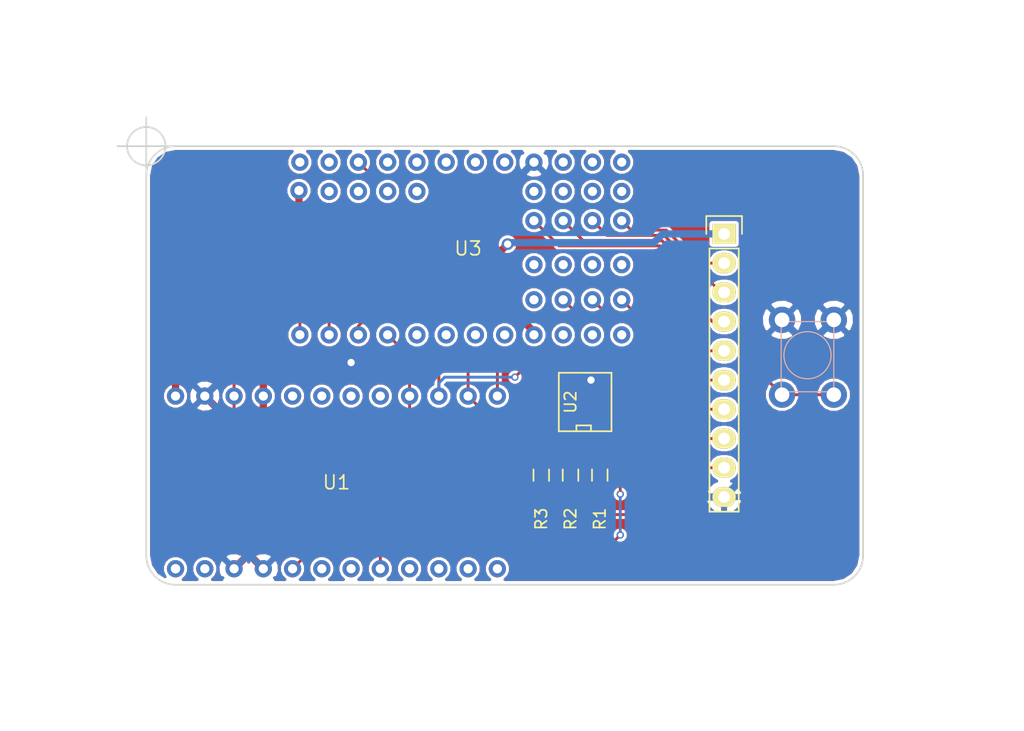
<source format=kicad_pcb>
(kicad_pcb (version 4) (host pcbnew 4.0.4-stable)

  (general
    (links 36)
    (no_connects 0)
    (area 25.324999 25.324999 87.705001 63.575001)
    (thickness 1.6)
    (drawings 14)
    (tracks 177)
    (zones 0)
    (modules 8)
    (nets 20)
  )

  (page A4)
  (layers
    (0 F.Cu signal)
    (31 B.Cu signal)
    (32 B.Adhes user)
    (33 F.Adhes user)
    (34 B.Paste user)
    (35 F.Paste user)
    (36 B.SilkS user)
    (37 F.SilkS user)
    (38 B.Mask user)
    (39 F.Mask user)
    (40 Dwgs.User user)
    (41 Cmts.User user)
    (42 Eco1.User user)
    (43 Eco2.User user)
    (44 Edge.Cuts user)
    (45 Margin user)
    (46 B.CrtYd user)
    (47 F.CrtYd user)
    (48 B.Fab user)
    (49 F.Fab user)
  )

  (setup
    (last_trace_width 0.254)
    (trace_clearance 0.2032)
    (zone_clearance 0.254)
    (zone_45_only no)
    (trace_min 0.2)
    (segment_width 0.2)
    (edge_width 0.15)
    (via_size 0.635)
    (via_drill 0.381)
    (via_min_size 0.4)
    (via_min_drill 0.3)
    (uvia_size 0.254)
    (uvia_drill 0.1016)
    (uvias_allowed no)
    (uvia_min_size 0.2)
    (uvia_min_drill 0.1)
    (pcb_text_width 0.3)
    (pcb_text_size 1.5 1.5)
    (mod_edge_width 0.15)
    (mod_text_size 1 1)
    (mod_text_width 0.15)
    (pad_size 1.5 1.5)
    (pad_drill 0.8)
    (pad_to_mask_clearance 0.2)
    (aux_axis_origin 0 0)
    (visible_elements 7FFEFFFF)
    (pcbplotparams
      (layerselection 0x010fc_80000001)
      (usegerberextensions true)
      (excludeedgelayer true)
      (linewidth 0.100000)
      (plotframeref false)
      (viasonmask true)
      (mode 1)
      (useauxorigin false)
      (hpglpennumber 1)
      (hpglpenspeed 20)
      (hpglpendiameter 15)
      (hpglpenoverlay 2)
      (psnegative false)
      (psa4output false)
      (plotreference true)
      (plotvalue false)
      (plotinvisibletext false)
      (padsonsilk false)
      (subtractmaskfromsilk false)
      (outputformat 1)
      (mirror false)
      (drillshape 0)
      (scaleselection 1)
      (outputdirectory grb))
  )

  (net 0 "")
  (net 1 /LED_MACRO)
  (net 2 +3V3)
  (net 3 GND)
  (net 4 "Net-(R2-Pad2)")
  (net 5 /FLASH_SS)
  (net 6 /SCK)
  (net 7 /MISO)
  (net 8 /MOSI)
  (net 9 /USB_SS)
  (net 10 +5V)
  (net 11 "Net-(R1-Pad2)")
  (net 12 /RST)
  (net 13 /GO0)
  (net 14 /GO1)
  (net 15 /GO2)
  (net 16 /GO3)
  (net 17 /GI0)
  (net 18 /GI1)
  (net 19 /GI2)

  (net_class Default "This is the default net class."
    (clearance 0.2032)
    (trace_width 0.254)
    (via_dia 0.635)
    (via_drill 0.381)
    (uvia_dia 0.254)
    (uvia_drill 0.1016)
    (add_net /FLASH_SS)
    (add_net /GI0)
    (add_net /GI1)
    (add_net /GI2)
    (add_net /GO0)
    (add_net /GO1)
    (add_net /GO2)
    (add_net /GO3)
    (add_net /LED_MACRO)
    (add_net /MISO)
    (add_net /MOSI)
    (add_net /RST)
    (add_net /SCK)
    (add_net /USB_SS)
    (add_net "Net-(R1-Pad2)")
    (add_net "Net-(R2-Pad2)")
  )

  (net_class Power ""
    (clearance 0.254)
    (trace_width 0.635)
    (via_dia 1.016)
    (via_drill 0.635)
    (uvia_dia 0.254)
    (uvia_drill 0.1016)
    (add_net +3V3)
    (add_net +5V)
    (add_net GND)
  )

  (module components:UHS_MINI (layer F.Cu) (tedit 58535D64) (tstamp 58533FDA)
    (at 52.705 34.29)
    (path /585358DD)
    (fp_text reference U3 (at 0.635 0 180) (layer F.SilkS)
      (effects (font (size 1.2 1.2) (thickness 0.15)))
    )
    (fp_text value USB_HOST_SHIELD_MINI (at 0 0) (layer F.Fab)
      (effects (font (size 1.2 1.2) (thickness 0.15)))
    )
    (fp_line (start -16.51 -5.207) (end -16.51 5.207) (layer F.CrtYd) (width 0.1))
    (fp_line (start -23.114 8.89) (end -23.114 5.207) (layer F.CrtYd) (width 0.1))
    (fp_line (start -29.718 5.207) (end -16.51 5.207) (layer F.CrtYd) (width 0.1))
    (fp_line (start -29.718 5.207) (end -29.718 -5.207) (layer F.CrtYd) (width 0.1))
    (fp_line (start -29.718 -5.207) (end -16.51 -5.207) (layer F.CrtYd) (width 0.1))
    (fp_line (start -23.114 -5.207) (end -23.114 -8.89) (layer F.CrtYd) (width 0.1))
    (fp_line (start -23.114 -8.89) (end 15.24 -8.89) (layer F.CrtYd) (width 0.1))
    (fp_line (start 15.24 -8.89) (end 15.24 8.89) (layer F.CrtYd) (width 0.1))
    (fp_line (start 15.24 8.89) (end -23.114 8.89) (layer F.CrtYd) (width 0.1))
    (pad 25 thru_hole circle (at -14.05 -5.04) (size 1.5 1.5) (drill 0.8) (layers *.Cu *.Mask)
      (net 10 +5V))
    (pad 29 thru_hole circle (at -3.81 -4.96) (size 1.5 1.5) (drill 0.8) (layers *.Cu *.Mask))
    (pad 28 thru_hole circle (at -6.35 -4.96) (size 1.5 1.5) (drill 0.8) (layers *.Cu *.Mask))
    (pad 27 thru_hole circle (at -8.89 -4.96) (size 1.5 1.5) (drill 0.8) (layers *.Cu *.Mask))
    (pad 26 thru_hole circle (at -11.43 -4.96) (size 1.5 1.5) (drill 0.8) (layers *.Cu *.Mask))
    (pad 41 thru_hole circle (at 6.35 -2.42) (size 1.5 1.5) (drill 0.8) (layers *.Cu *.Mask)
      (net 16 /GO3))
    (pad 40 thru_hole circle (at 8.89 -2.42) (size 1.5 1.5) (drill 0.8) (layers *.Cu *.Mask)
      (net 15 /GO2))
    (pad 39 thru_hole circle (at 11.43 -2.42) (size 1.5 1.5) (drill 0.8) (layers *.Cu *.Mask)
      (net 14 /GO1))
    (pad 38 thru_hole circle (at 13.97 -2.42) (size 1.5 1.5) (drill 0.8) (layers *.Cu *.Mask)
      (net 13 /GO0))
    (pad 42 thru_hole circle (at 13.97 -4.96) (size 1.5 1.5) (drill 0.8) (layers *.Cu *.Mask))
    (pad 43 thru_hole circle (at 11.43 -4.96) (size 1.5 1.5) (drill 0.8) (layers *.Cu *.Mask))
    (pad 44 thru_hole circle (at 8.89 -4.96) (size 1.5 1.5) (drill 0.8) (layers *.Cu *.Mask))
    (pad 45 thru_hole circle (at 6.35 -4.96) (size 1.5 1.5) (drill 0.8) (layers *.Cu *.Mask))
    (pad 37 thru_hole circle (at 6.35 1.404) (size 1.5 1.5) (drill 0.8) (layers *.Cu *.Mask))
    (pad 36 thru_hole circle (at 8.89 1.404) (size 1.5 1.5) (drill 0.8) (layers *.Cu *.Mask))
    (pad 35 thru_hole circle (at 11.43 1.404) (size 1.5 1.5) (drill 0.8) (layers *.Cu *.Mask))
    (pad 34 thru_hole circle (at 13.97 1.404) (size 1.5 1.5) (drill 0.8) (layers *.Cu *.Mask))
    (pad 30 thru_hole circle (at 13.97 4.452) (size 1.5 1.5) (drill 0.8) (layers *.Cu *.Mask)
      (net 17 /GI0))
    (pad 31 thru_hole circle (at 11.43 4.452) (size 1.5 1.5) (drill 0.8) (layers *.Cu *.Mask)
      (net 18 /GI1))
    (pad 32 thru_hole circle (at 8.89 4.452) (size 1.5 1.5) (drill 0.8) (layers *.Cu *.Mask)
      (net 19 /GI2))
    (pad 33 thru_hole circle (at 6.35 4.452) (size 1.5 1.5) (drill 0.8) (layers *.Cu *.Mask))
    (pad 24 thru_hole circle (at -13.97 -7.5) (size 1.5 1.5) (drill 0.8) (layers *.Cu *.Mask))
    (pad 1 thru_hole circle (at -13.97 7.5) (size 1.5 1.5) (drill 0.8) (layers *.Cu *.Mask)
      (net 9 /USB_SS))
    (pad 23 thru_hole circle (at -11.43 -7.5) (size 1.5 1.5) (drill 0.8) (layers *.Cu *.Mask))
    (pad 2 thru_hole circle (at -11.43 7.5) (size 1.5 1.5) (drill 0.8) (layers *.Cu *.Mask)
      (net 8 /MOSI))
    (pad 22 thru_hole circle (at -8.89 -7.5) (size 1.5 1.5) (drill 0.8) (layers *.Cu *.Mask)
      (net 12 /RST))
    (pad 3 thru_hole circle (at -8.89 7.5) (size 1.5 1.5) (drill 0.8) (layers *.Cu *.Mask)
      (net 7 /MISO))
    (pad 21 thru_hole circle (at -6.35 -7.5) (size 1.5 1.5) (drill 0.8) (layers *.Cu *.Mask))
    (pad 4 thru_hole circle (at -6.35 7.5) (size 1.5 1.5) (drill 0.8) (layers *.Cu *.Mask)
      (net 6 /SCK))
    (pad 20 thru_hole circle (at -3.81 -7.5) (size 1.5 1.5) (drill 0.8) (layers *.Cu *.Mask))
    (pad 5 thru_hole circle (at -3.81 7.5) (size 1.5 1.5) (drill 0.8) (layers *.Cu *.Mask))
    (pad 19 thru_hole circle (at -1.27 -7.5) (size 1.5 1.5) (drill 0.8) (layers *.Cu *.Mask))
    (pad 6 thru_hole circle (at -1.27 7.5) (size 1.5 1.5) (drill 0.8) (layers *.Cu *.Mask))
    (pad 18 thru_hole circle (at 1.27 -7.5) (size 1.5 1.5) (drill 0.8) (layers *.Cu *.Mask))
    (pad 7 thru_hole circle (at 1.27 7.5) (size 1.5 1.5) (drill 0.8) (layers *.Cu *.Mask))
    (pad 17 thru_hole circle (at 3.81 -7.5) (size 1.5 1.5) (drill 0.8) (layers *.Cu *.Mask))
    (pad 8 thru_hole circle (at 3.81 7.5) (size 1.5 1.5) (drill 0.8) (layers *.Cu *.Mask))
    (pad 16 thru_hole circle (at 6.35 -7.5) (size 1.5 1.5) (drill 0.8) (layers *.Cu *.Mask)
      (net 3 GND))
    (pad 9 thru_hole circle (at 6.35 7.5) (size 1.5 1.5) (drill 0.8) (layers *.Cu *.Mask)
      (net 2 +3V3))
    (pad 15 thru_hole circle (at 8.89 -7.5) (size 1.5 1.5) (drill 0.8) (layers *.Cu *.Mask))
    (pad 10 thru_hole circle (at 8.89 7.5) (size 1.5 1.5) (drill 0.8) (layers *.Cu *.Mask))
    (pad 14 thru_hole circle (at 11.43 -7.5) (size 1.5 1.5) (drill 0.8) (layers *.Cu *.Mask))
    (pad 11 thru_hole circle (at 11.43 7.5) (size 1.5 1.5) (drill 0.8) (layers *.Cu *.Mask))
    (pad 13 thru_hole circle (at 13.97 -7.5) (size 1.5 1.5) (drill 0.8) (layers *.Cu *.Mask))
    (pad 12 thru_hole circle (at 13.97 7.5) (size 1.5 1.5) (drill 0.8) (layers *.Cu *.Mask))
  )

  (module Pin_Headers:Pin_Header_Straight_1x10 (layer F.Cu) (tedit 5853459B) (tstamp 58533E91)
    (at 75.565 33.02)
    (descr "Through hole pin header")
    (tags "pin header")
    (path /58536B9C)
    (fp_text reference P1 (at 0 -5.1) (layer F.SilkS) hide
      (effects (font (size 1 1) (thickness 0.15)))
    )
    (fp_text value CONN_01X10 (at 0 -3.1) (layer F.Fab)
      (effects (font (size 1 1) (thickness 0.15)))
    )
    (fp_line (start -1.75 -1.75) (end -1.75 24.65) (layer F.CrtYd) (width 0.05))
    (fp_line (start 1.75 -1.75) (end 1.75 24.65) (layer F.CrtYd) (width 0.05))
    (fp_line (start -1.75 -1.75) (end 1.75 -1.75) (layer F.CrtYd) (width 0.05))
    (fp_line (start -1.75 24.65) (end 1.75 24.65) (layer F.CrtYd) (width 0.05))
    (fp_line (start 1.27 1.27) (end 1.27 24.13) (layer F.SilkS) (width 0.15))
    (fp_line (start 1.27 24.13) (end -1.27 24.13) (layer F.SilkS) (width 0.15))
    (fp_line (start -1.27 24.13) (end -1.27 1.27) (layer F.SilkS) (width 0.15))
    (fp_line (start 1.55 -1.55) (end 1.55 0) (layer F.SilkS) (width 0.15))
    (fp_line (start 1.27 1.27) (end -1.27 1.27) (layer F.SilkS) (width 0.15))
    (fp_line (start -1.55 0) (end -1.55 -1.55) (layer F.SilkS) (width 0.15))
    (fp_line (start -1.55 -1.55) (end 1.55 -1.55) (layer F.SilkS) (width 0.15))
    (pad 1 thru_hole rect (at 0 0) (size 2.032 1.7272) (drill 1.016) (layers *.Cu *.Mask F.SilkS)
      (net 2 +3V3))
    (pad 2 thru_hole oval (at 0 2.54) (size 2.032 1.7272) (drill 1.016) (layers *.Cu *.Mask F.SilkS)
      (net 13 /GO0))
    (pad 3 thru_hole oval (at 0 5.08) (size 2.032 1.7272) (drill 1.016) (layers *.Cu *.Mask F.SilkS)
      (net 14 /GO1))
    (pad 4 thru_hole oval (at 0 7.62) (size 2.032 1.7272) (drill 1.016) (layers *.Cu *.Mask F.SilkS)
      (net 15 /GO2))
    (pad 5 thru_hole oval (at 0 10.16) (size 2.032 1.7272) (drill 1.016) (layers *.Cu *.Mask F.SilkS)
      (net 16 /GO3))
    (pad 6 thru_hole oval (at 0 12.7) (size 2.032 1.7272) (drill 1.016) (layers *.Cu *.Mask F.SilkS)
      (net 17 /GI0))
    (pad 7 thru_hole oval (at 0 15.24) (size 2.032 1.7272) (drill 1.016) (layers *.Cu *.Mask F.SilkS)
      (net 18 /GI1))
    (pad 8 thru_hole oval (at 0 17.78) (size 2.032 1.7272) (drill 1.016) (layers *.Cu *.Mask F.SilkS)
      (net 19 /GI2))
    (pad 9 thru_hole oval (at 0 20.32) (size 2.032 1.7272) (drill 1.016) (layers *.Cu *.Mask F.SilkS)
      (net 1 /LED_MACRO))
    (pad 10 thru_hole oval (at 0 22.86) (size 2.032 1.7272) (drill 1.016) (layers *.Cu *.Mask F.SilkS)
      (net 3 GND))
    (model Pin_Headers.3dshapes/Pin_Header_Straight_1x10.wrl
      (at (xyz 0 -0.45 0))
      (scale (xyz 1 1 1))
      (rotate (xyz 0 0 90))
    )
  )

  (module Resistors_SMD:R_0603_HandSoldering (layer F.Cu) (tedit 585343D6) (tstamp 58533EB6)
    (at 64.77 53.975 90)
    (descr "Resistor SMD 0603, hand soldering")
    (tags "resistor 0603")
    (path /585334C8)
    (attr smd)
    (fp_text reference R1 (at -3.81 0 90) (layer F.SilkS)
      (effects (font (size 1 1) (thickness 0.15)))
    )
    (fp_text value 4k7 (at 0 1.9 90) (layer F.Fab)
      (effects (font (size 1 1) (thickness 0.15)))
    )
    (fp_line (start -2 -0.8) (end 2 -0.8) (layer F.CrtYd) (width 0.05))
    (fp_line (start -2 0.8) (end 2 0.8) (layer F.CrtYd) (width 0.05))
    (fp_line (start -2 -0.8) (end -2 0.8) (layer F.CrtYd) (width 0.05))
    (fp_line (start 2 -0.8) (end 2 0.8) (layer F.CrtYd) (width 0.05))
    (fp_line (start 0.5 0.675) (end -0.5 0.675) (layer F.SilkS) (width 0.15))
    (fp_line (start -0.5 -0.675) (end 0.5 -0.675) (layer F.SilkS) (width 0.15))
    (pad 1 smd rect (at -1.1 0 90) (size 1.2 0.9) (layers F.Cu F.Paste F.Mask)
      (net 2 +3V3))
    (pad 2 smd rect (at 1.1 0 90) (size 1.2 0.9) (layers F.Cu F.Paste F.Mask)
      (net 11 "Net-(R1-Pad2)"))
    (model Resistors_SMD.3dshapes/R_0603_HandSoldering.wrl
      (at (xyz 0 0 0))
      (scale (xyz 1 1 1))
      (rotate (xyz 0 0 0))
    )
  )

  (module Resistors_SMD:R_0603_HandSoldering (layer F.Cu) (tedit 585343CE) (tstamp 58533EC2)
    (at 62.23 53.975 90)
    (descr "Resistor SMD 0603, hand soldering")
    (tags "resistor 0603")
    (path /5853371F)
    (attr smd)
    (fp_text reference R2 (at -3.81 0 90) (layer F.SilkS)
      (effects (font (size 1 1) (thickness 0.15)))
    )
    (fp_text value 4k7 (at 0 1.9 90) (layer F.Fab)
      (effects (font (size 1 1) (thickness 0.15)))
    )
    (fp_line (start -2 -0.8) (end 2 -0.8) (layer F.CrtYd) (width 0.05))
    (fp_line (start -2 0.8) (end 2 0.8) (layer F.CrtYd) (width 0.05))
    (fp_line (start -2 -0.8) (end -2 0.8) (layer F.CrtYd) (width 0.05))
    (fp_line (start 2 -0.8) (end 2 0.8) (layer F.CrtYd) (width 0.05))
    (fp_line (start 0.5 0.675) (end -0.5 0.675) (layer F.SilkS) (width 0.15))
    (fp_line (start -0.5 -0.675) (end 0.5 -0.675) (layer F.SilkS) (width 0.15))
    (pad 1 smd rect (at -1.1 0 90) (size 1.2 0.9) (layers F.Cu F.Paste F.Mask)
      (net 2 +3V3))
    (pad 2 smd rect (at 1.1 0 90) (size 1.2 0.9) (layers F.Cu F.Paste F.Mask)
      (net 4 "Net-(R2-Pad2)"))
    (model Resistors_SMD.3dshapes/R_0603_HandSoldering.wrl
      (at (xyz 0 0 0))
      (scale (xyz 1 1 1))
      (rotate (xyz 0 0 0))
    )
  )

  (module SMD_Packages:SOIC-8-N (layer F.Cu) (tedit 0) (tstamp 58533FA1)
    (at 63.5 47.625 90)
    (descr "Module Narrow CMS SOJ 8 pins large")
    (tags "CMS SOJ")
    (path /5853342B)
    (attr smd)
    (fp_text reference U2 (at 0 -1.27 90) (layer F.SilkS)
      (effects (font (size 1 1) (thickness 0.15)))
    )
    (fp_text value IS25LQ (at 0 1.27 90) (layer F.Fab)
      (effects (font (size 1 1) (thickness 0.15)))
    )
    (fp_line (start -2.54 -2.286) (end 2.54 -2.286) (layer F.SilkS) (width 0.15))
    (fp_line (start 2.54 -2.286) (end 2.54 2.286) (layer F.SilkS) (width 0.15))
    (fp_line (start 2.54 2.286) (end -2.54 2.286) (layer F.SilkS) (width 0.15))
    (fp_line (start -2.54 2.286) (end -2.54 -2.286) (layer F.SilkS) (width 0.15))
    (fp_line (start -2.54 -0.762) (end -2.032 -0.762) (layer F.SilkS) (width 0.15))
    (fp_line (start -2.032 -0.762) (end -2.032 0.508) (layer F.SilkS) (width 0.15))
    (fp_line (start -2.032 0.508) (end -2.54 0.508) (layer F.SilkS) (width 0.15))
    (pad 8 smd rect (at -1.905 -3.175 90) (size 0.508 1.143) (layers F.Cu F.Paste F.Mask)
      (net 2 +3V3))
    (pad 7 smd rect (at -0.635 -3.175 90) (size 0.508 1.143) (layers F.Cu F.Paste F.Mask)
      (net 4 "Net-(R2-Pad2)"))
    (pad 6 smd rect (at 0.635 -3.175 90) (size 0.508 1.143) (layers F.Cu F.Paste F.Mask)
      (net 6 /SCK))
    (pad 5 smd rect (at 1.905 -3.175 90) (size 0.508 1.143) (layers F.Cu F.Paste F.Mask)
      (net 8 /MOSI))
    (pad 4 smd rect (at 1.905 3.175 90) (size 0.508 1.143) (layers F.Cu F.Paste F.Mask)
      (net 3 GND))
    (pad 3 smd rect (at 0.635 3.175 90) (size 0.508 1.143) (layers F.Cu F.Paste F.Mask)
      (net 11 "Net-(R1-Pad2)"))
    (pad 2 smd rect (at -0.635 3.175 90) (size 0.508 1.143) (layers F.Cu F.Paste F.Mask)
      (net 7 /MISO))
    (pad 1 smd rect (at -1.905 3.175 90) (size 0.508 1.143) (layers F.Cu F.Paste F.Mask)
      (net 5 /FLASH_SS))
    (model SMD_Packages.3dshapes/SOIC-8-N.wrl
      (at (xyz 0 0 0))
      (scale (xyz 0.5 0.38 0.5))
      (rotate (xyz 0 0 0))
    )
  )

  (module components:LEO_PRO_MICRO (layer F.Cu) (tedit 58535D43) (tstamp 58533F8E)
    (at 41.91 54.61)
    (path /586533E8)
    (fp_text reference U1 (at 0 0 180) (layer F.SilkS)
      (effects (font (size 1.2 1.2) (thickness 0.15)))
    )
    (fp_text value LEO_PRO_MICRO (at 0 0) (layer F.Fab)
      (effects (font (size 1.2 1.2) (thickness 0.15)))
    )
    (fp_line (start -16.51 8.89) (end -16.51 3.81) (layer F.CrtYd) (width 0.1))
    (fp_line (start -16.51 3.81) (end -19.05 3.81) (layer F.CrtYd) (width 0.1))
    (fp_line (start -19.05 3.81) (end -19.05 -3.81) (layer F.CrtYd) (width 0.1))
    (fp_line (start -19.05 -3.81) (end -16.51 -3.81) (layer F.CrtYd) (width 0.1))
    (fp_line (start -16.51 -3.81) (end -16.51 -8.89) (layer F.CrtYd) (width 0.1))
    (fp_line (start -16.51 -8.89) (end 15.24 -8.89) (layer F.CrtYd) (width 0.1))
    (fp_line (start 15.24 -8.89) (end 15.24 8.89) (layer F.CrtYd) (width 0.1))
    (fp_line (start 15.24 8.89) (end -16.51 8.89) (layer F.CrtYd) (width 0.1))
    (pad 24 thru_hole circle (at -13.97 -7.5) (size 1.5 1.5) (drill 0.8) (layers *.Cu *.Mask)
      (net 10 +5V))
    (pad 1 thru_hole circle (at -13.97 7.5) (size 1.5 1.5) (drill 0.8255) (layers *.Cu *.Mask))
    (pad 23 thru_hole circle (at -11.43 -7.5) (size 1.5 1.5) (drill 0.8) (layers *.Cu *.Mask)
      (net 3 GND))
    (pad 2 thru_hole circle (at -11.43 7.5) (size 1.5 1.5) (drill 0.8) (layers *.Cu *.Mask))
    (pad 22 thru_hole circle (at -8.89 -7.5) (size 1.5 1.5) (drill 0.8) (layers *.Cu *.Mask)
      (net 12 /RST))
    (pad 3 thru_hole circle (at -8.89 7.5) (size 1.5 1.5) (drill 0.8) (layers *.Cu *.Mask)
      (net 3 GND))
    (pad 21 thru_hole circle (at -6.35 -7.5) (size 1.5 1.5) (drill 0.8) (layers *.Cu *.Mask)
      (net 2 +3V3))
    (pad 4 thru_hole circle (at -6.35 7.5) (size 1.5 1.5) (drill 0.8) (layers *.Cu *.Mask)
      (net 3 GND))
    (pad 20 thru_hole circle (at -3.81 -7.5) (size 1.5 1.5) (drill 0.8) (layers *.Cu *.Mask))
    (pad 5 thru_hole circle (at -3.81 7.5) (size 1.5 1.5) (drill 0.8) (layers *.Cu *.Mask)
      (net 1 /LED_MACRO))
    (pad 19 thru_hole circle (at -1.27 -7.5) (size 1.5 1.5) (drill 0.8) (layers *.Cu *.Mask))
    (pad 6 thru_hole circle (at -1.27 7.5) (size 1.5 1.5) (drill 0.8) (layers *.Cu *.Mask))
    (pad 18 thru_hole circle (at 1.27 -7.5) (size 1.5 1.5) (drill 0.8) (layers *.Cu *.Mask))
    (pad 7 thru_hole circle (at 1.27 7.5) (size 1.5 1.5) (drill 0.8) (layers *.Cu *.Mask))
    (pad 17 thru_hole circle (at 3.81 -7.5) (size 1.5 1.5) (drill 0.8) (layers *.Cu *.Mask))
    (pad 8 thru_hole circle (at 3.81 7.5) (size 1.5 1.5) (drill 0.8) (layers *.Cu *.Mask)
      (net 5 /FLASH_SS))
    (pad 16 thru_hole circle (at 6.35 -7.5) (size 1.5 1.5) (drill 0.8) (layers *.Cu *.Mask)
      (net 6 /SCK))
    (pad 9 thru_hole circle (at 6.35 7.5) (size 1.5 1.5) (drill 0.8) (layers *.Cu *.Mask))
    (pad 15 thru_hole circle (at 8.89 -7.5) (size 1.5 1.5) (drill 0.8) (layers *.Cu *.Mask)
      (net 7 /MISO))
    (pad 10 thru_hole circle (at 8.89 7.5) (size 1.5 1.5) (drill 0.8) (layers *.Cu *.Mask))
    (pad 14 thru_hole circle (at 11.43 -7.5) (size 1.5 1.5) (drill 0.8) (layers *.Cu *.Mask)
      (net 8 /MOSI))
    (pad 11 thru_hole circle (at 11.43 7.5) (size 1.5 1.5) (drill 0.8) (layers *.Cu *.Mask))
    (pad 13 thru_hole circle (at 13.97 -7.5) (size 1.5 1.5) (drill 0.8) (layers *.Cu *.Mask)
      (net 9 /USB_SS))
    (pad 12 thru_hole circle (at 13.97 7.5) (size 1.5 1.5) (drill 0.8) (layers *.Cu *.Mask))
  )

  (module Resistors_SMD:R_0603_HandSoldering (layer F.Cu) (tedit 58655B98) (tstamp 585638EC)
    (at 59.69 53.975 90)
    (descr "Resistor SMD 0603, hand soldering")
    (tags "resistor 0603")
    (path /585381F6)
    (attr smd)
    (fp_text reference R3 (at -3.81 0 90) (layer F.SilkS)
      (effects (font (size 1 1) (thickness 0.15)))
    )
    (fp_text value 4k7 (at 0 1.9 90) (layer F.Fab)
      (effects (font (size 1 1) (thickness 0.15)))
    )
    (fp_line (start -2 -0.8) (end 2 -0.8) (layer F.CrtYd) (width 0.05))
    (fp_line (start -2 0.8) (end 2 0.8) (layer F.CrtYd) (width 0.05))
    (fp_line (start -2 -0.8) (end -2 0.8) (layer F.CrtYd) (width 0.05))
    (fp_line (start 2 -0.8) (end 2 0.8) (layer F.CrtYd) (width 0.05))
    (fp_line (start 0.5 0.675) (end -0.5 0.675) (layer F.SilkS) (width 0.15))
    (fp_line (start -0.5 -0.675) (end 0.5 -0.675) (layer F.SilkS) (width 0.15))
    (pad 1 smd rect (at -1.1 0 90) (size 1.2 0.9) (layers F.Cu F.Paste F.Mask)
      (net 2 +3V3))
    (pad 2 smd rect (at 1.1 0 90) (size 1.2 0.9) (layers F.Cu F.Paste F.Mask)
      (net 12 /RST))
    (model Resistors_SMD.3dshapes/R_0603_HandSoldering.wrl
      (at (xyz 0 0 0))
      (scale (xyz 1 1 1))
      (rotate (xyz 0 0 0))
    )
  )

  (module components:SW_TACTILE_THT (layer B.Cu) (tedit 58655C06) (tstamp 585638FA)
    (at 85.09 46.99 90)
    (path /58537C37)
    (fp_text reference SW13 (at 3.302 -5.842 90) (layer B.SilkS) hide
      (effects (font (size 1 1) (thickness 0.15)) (justify mirror))
    )
    (fp_text value SW_PUSH (at 3.556 2.032 90) (layer B.Fab)
      (effects (font (size 1 1) (thickness 0.15)) (justify mirror))
    )
    (fp_circle (center 3.429 -2.286) (end 5.461 -2.54) (layer B.SilkS) (width 0.1))
    (fp_line (start 0.254 0) (end 0.254 -4.572) (layer B.SilkS) (width 0.1))
    (fp_line (start 0.254 0) (end 6.35 0) (layer B.SilkS) (width 0.1))
    (fp_line (start 6.35 0) (end 6.35 -4.572) (layer B.SilkS) (width 0.1))
    (fp_line (start 6.35 -4.572) (end 0 -4.572) (layer B.SilkS) (width 0.1))
    (fp_line (start 0 -4.572) (end 0.254 -4.572) (layer B.SilkS) (width 0.1))
    (pad 1 thru_hole circle (at 0 0 90) (size 2.286 2.286) (drill 1.27) (layers *.Cu *.Mask)
      (net 12 /RST))
    (pad 1 thru_hole circle (at 0 -4.4958 90) (size 2.286 2.286) (drill 1.27) (layers *.Cu *.Mask)
      (net 12 /RST))
    (pad 2 thru_hole circle (at 6.5024 0 90) (size 2.286 2.286) (drill 1.27) (layers *.Cu *.Mask)
      (net 3 GND))
    (pad 2 thru_hole circle (at 6.5024 -4.4958 90) (size 2.286 2.286) (drill 1.27) (layers *.Cu *.Mask)
      (net 3 GND))
    (model T:/opt/remapcro/hw_logic/components.pretty/pcb_push.wrl
      (at (xyz 0.128 -0.0885 0))
      (scale (xyz 1 1 1))
      (rotate (xyz 0 0 90))
    )
  )

  (gr_line (start 41.91 25.4) (end 36.83 25.4) (angle 90) (layer Edge.Cuts) (width 0.15))
  (gr_line (start 73.66 25.4) (end 78.74 25.4) (angle 90) (layer Edge.Cuts) (width 0.15))
  (gr_line (start 73.66 25.4) (end 41.91 25.4) (angle 90) (layer Edge.Cuts) (width 0.15))
  (gr_line (start 85.09 25.4) (end 78.74 25.4) (angle 90) (layer Edge.Cuts) (width 0.15))
  (gr_line (start 87.63 27.94) (end 87.63 60.96) (angle 90) (layer Edge.Cuts) (width 0.15))
  (gr_arc (start 85.09 27.94) (end 85.09 25.4) (angle 90) (layer Edge.Cuts) (width 0.15))
  (gr_line (start 27.94 63.5) (end 85.09 63.5) (angle 90) (layer Edge.Cuts) (width 0.15))
  (gr_arc (start 85.09 60.96) (end 87.63 60.96) (angle 90) (layer Edge.Cuts) (width 0.15))
  (gr_line (start 30.48 25.4) (end 36.83 25.4) (angle 90) (layer Edge.Cuts) (width 0.15))
  (gr_line (start 25.4 60.96) (end 25.4 27.94) (angle 90) (layer Edge.Cuts) (width 0.15))
  (gr_arc (start 27.94 60.96) (end 27.94 63.5) (angle 90) (layer Edge.Cuts) (width 0.15))
  (gr_arc (start 27.94 27.94) (end 25.4 27.94) (angle 90) (layer Edge.Cuts) (width 0.15))
  (gr_line (start 30.48 25.4) (end 27.94 25.4) (angle 90) (layer Edge.Cuts) (width 0.15))
  (target plus (at 25.4 25.4) (size 5) (width 0.15) (layer Edge.Cuts))

  (segment (start 38.1 62.11) (end 42.806 57.404) (width 0.254) (layer F.Cu) (net 1) (status 10))
  (segment (start 73.152 53.34) (end 75.565 53.34) (width 0.254) (layer F.Cu) (net 1) (tstamp 585352F2) (status 20))
  (segment (start 69.088 57.404) (end 73.152 53.34) (width 0.254) (layer F.Cu) (net 1) (tstamp 585352F0))
  (segment (start 42.806 57.404) (end 69.088 57.404) (width 0.254) (layer F.Cu) (net 1) (tstamp 585352EE))
  (segment (start 54.102 36.576) (end 56.769 33.909) (width 0.635) (layer F.Cu) (net 2))
  (segment (start 70.231 33.02) (end 75.565 33.02) (width 0.635) (layer B.Cu) (net 2) (tstamp 5853547E) (status 20))
  (via (at 56.769 33.909) (size 1.016) (drill 0.635) (layers F.Cu B.Cu) (net 2))
  (segment (start 69.469 33.782) (end 56.896 33.782) (width 0.635) (layer B.Cu) (net 2) (tstamp 58655BE7))
  (segment (start 56.896 33.782) (end 56.769 33.909) (width 0.635) (layer B.Cu) (net 2) (tstamp 58655BED))
  (segment (start 70.231 33.02) (end 69.469 33.782) (width 0.635) (layer B.Cu) (net 2))
  (segment (start 59.055 41.79) (end 59.055 41.529) (width 0.635) (layer F.Cu) (net 2) (status C00000))
  (segment (start 59.055 41.529) (end 54.102 36.576) (width 0.635) (layer F.Cu) (net 2) (tstamp 58655C97) (status 400000))
  (segment (start 35.56 40.894) (end 39.878 36.576) (width 0.635) (layer F.Cu) (net 2) (tstamp 58535D6A))
  (segment (start 35.56 47.11) (end 35.56 40.894) (width 0.635) (layer F.Cu) (net 2) (status 10))
  (segment (start 54.102 36.576) (end 39.878 36.576) (width 0.635) (layer F.Cu) (net 2) (tstamp 58655C9D))
  (segment (start 59.055 41.79) (end 59.055 41.402) (width 0.635) (layer F.Cu) (net 2) (status 30))
  (segment (start 57.404 51.054) (end 37.846 51.054) (width 0.635) (layer F.Cu) (net 2))
  (segment (start 60.325 49.53) (end 58.928 49.53) (width 0.635) (layer F.Cu) (net 2) (tstamp 585352F9) (status 10))
  (segment (start 57.404 51.054) (end 58.928 49.53) (width 0.635) (layer F.Cu) (net 2) (tstamp 585352F8))
  (segment (start 35.56 48.768) (end 35.56 47.11) (width 0.635) (layer F.Cu) (net 2) (tstamp 58535D67) (status 20))
  (segment (start 37.846 51.054) (end 35.56 48.768) (width 0.635) (layer F.Cu) (net 2) (tstamp 58535D66))
  (segment (start 60.96 55.075) (end 60.96 50.165) (width 0.635) (layer F.Cu) (net 2))
  (segment (start 60.96 50.165) (end 60.325 49.53) (width 0.635) (layer F.Cu) (net 2) (tstamp 585353A4) (status 20))
  (segment (start 62.23 55.075) (end 64.77 55.075) (width 0.635) (layer F.Cu) (net 2) (status 30))
  (segment (start 59.69 55.075) (end 60.96 55.075) (width 0.635) (layer F.Cu) (net 2) (status 10))
  (segment (start 60.96 55.075) (end 62.23 55.075) (width 0.635) (layer F.Cu) (net 2) (tstamp 585353A2) (status 20))
  (segment (start 33.394 44.196) (end 33.401 44.189) (width 0.635) (layer B.Cu) (net 3))
  (segment (start 33.401 44.189) (end 33.401 39.243) (width 0.635) (layer B.Cu) (net 3) (tstamp 58655C3F))
  (segment (start 30.48 47.11) (end 33.394 44.196) (width 0.635) (layer B.Cu) (net 3) (status 400000))
  (segment (start 33.394 44.196) (end 35.179 44.196) (width 0.635) (layer B.Cu) (net 3) (tstamp 58655C36))
  (segment (start 33.02 56.896) (end 33.02 49.65) (width 0.635) (layer F.Cu) (net 3))
  (segment (start 33.02 49.65) (end 30.48 47.11) (width 0.635) (layer F.Cu) (net 3) (tstamp 58655C2F) (status 800000))
  (segment (start 33.02 62.11) (end 34.29 60.84) (width 0.635) (layer F.Cu) (net 3) (status 10))
  (segment (start 34.29 60.84) (end 34.29 60.833) (width 0.635) (layer F.Cu) (net 3) (tstamp 58535BA8))
  (segment (start 35.56 62.11) (end 34.29 60.84) (width 0.635) (layer F.Cu) (net 3) (status 10))
  (segment (start 34.29 60.84) (end 33.02 59.57) (width 0.635) (layer F.Cu) (net 3) (tstamp 58535BAC))
  (segment (start 33.02 59.57) (end 33.02 56.896) (width 0.635) (layer F.Cu) (net 3) (tstamp 58535BA3))
  (via (at 43.18 44.196) (size 1.016) (drill 0.635) (layers F.Cu B.Cu) (net 3))
  (segment (start 43.18 44.196) (end 35.179 44.196) (width 0.635) (layer B.Cu) (net 3) (tstamp 58535A2C))
  (segment (start 62.484 44.196) (end 43.18 44.196) (width 0.635) (layer B.Cu) (net 3) (tstamp 58535354))
  (segment (start 64.008 45.72) (end 62.484 44.196) (width 0.635) (layer B.Cu) (net 3))
  (segment (start 85.09 40.4876) (end 82.804 42.7736) (width 0.635) (layer B.Cu) (net 3) (status 10))
  (segment (start 82.804 42.7736) (end 82.804 44.45) (width 0.635) (layer B.Cu) (net 3) (tstamp 58535422))
  (segment (start 75.565 55.88) (end 82.804 48.641) (width 0.635) (layer B.Cu) (net 3) (status 10))
  (segment (start 82.804 42.6974) (end 80.5942 40.4876) (width 0.635) (layer B.Cu) (net 3) (tstamp 5853541F) (status 20))
  (segment (start 82.804 48.641) (end 82.804 42.6974) (width 0.635) (layer B.Cu) (net 3) (tstamp 5853541A))
  (segment (start 59.055 26.79) (end 49.015 36.83) (width 0.635) (layer B.Cu) (net 3) (status 10))
  (segment (start 49.015 36.83) (end 35.814 36.83) (width 0.635) (layer B.Cu) (net 3) (tstamp 5853536A))
  (segment (start 35.814 36.83) (end 33.401 39.243) (width 0.635) (layer B.Cu) (net 3) (tstamp 5853536D))
  (segment (start 75.565 55.88) (end 74.168 55.88) (width 0.635) (layer B.Cu) (net 3) (status 10))
  (via (at 64.008 45.72) (size 1.016) (drill 0.635) (layers F.Cu B.Cu) (net 3))
  (segment (start 64.008 45.72) (end 66.675 45.72) (width 0.635) (layer F.Cu) (net 3) (status 20))
  (segment (start 74.168 55.88) (end 64.008 45.72) (width 0.635) (layer B.Cu) (net 3) (tstamp 5853534A))
  (segment (start 62.23 52.875) (end 62.23 49.022) (width 0.254) (layer F.Cu) (net 4) (status 10))
  (segment (start 61.468 48.26) (end 60.325 48.26) (width 0.254) (layer F.Cu) (net 4) (tstamp 58535382) (status 20))
  (segment (start 62.23 49.022) (end 61.468 48.26) (width 0.254) (layer F.Cu) (net 4) (tstamp 5853537F))
  (segment (start 45.72 62.11) (end 45.72 60.96) (width 0.254) (layer F.Cu) (net 5) (status 10))
  (segment (start 66.548 55.626) (end 66.548 49.657) (width 0.254) (layer F.Cu) (net 5) (tstamp 585352EA) (status 20))
  (via (at 66.548 55.626) (size 0.635) (drill 0.381) (layers F.Cu B.Cu) (net 5))
  (segment (start 66.548 59.182) (end 66.548 55.626) (width 0.254) (layer B.Cu) (net 5) (tstamp 585352E7))
  (via (at 66.548 59.182) (size 0.635) (drill 0.381) (layers F.Cu B.Cu) (net 5))
  (segment (start 65.532 60.198) (end 66.548 59.182) (width 0.254) (layer F.Cu) (net 5) (tstamp 585352E4))
  (segment (start 46.482 60.198) (end 65.532 60.198) (width 0.254) (layer F.Cu) (net 5) (tstamp 585352E3))
  (segment (start 45.72 60.96) (end 46.482 60.198) (width 0.254) (layer F.Cu) (net 5) (tstamp 585352E2))
  (segment (start 66.548 49.657) (end 66.675 49.53) (width 0.254) (layer F.Cu) (net 5) (tstamp 585352EB) (status 30))
  (segment (start 60.325 46.99) (end 59.436 46.99) (width 0.254) (layer F.Cu) (net 6) (status 10))
  (segment (start 48.26 48.26) (end 48.26 47.11) (width 0.254) (layer F.Cu) (net 6) (tstamp 585352D3) (status 20))
  (segment (start 49.53 49.53) (end 48.26 48.26) (width 0.254) (layer F.Cu) (net 6) (tstamp 585352D1))
  (segment (start 56.896 49.53) (end 49.53 49.53) (width 0.254) (layer F.Cu) (net 6) (tstamp 585352CF))
  (segment (start 59.436 46.99) (end 56.896 49.53) (width 0.254) (layer F.Cu) (net 6) (tstamp 585352CE))
  (segment (start 48.26 47.11) (end 48.26 43.688) (width 0.254) (layer F.Cu) (net 6) (status 10))
  (segment (start 48.26 43.688) (end 46.362 41.79) (width 0.254) (layer F.Cu) (net 6) (tstamp 5853529E) (status 20))
  (segment (start 46.362 41.79) (end 46.355 41.79) (width 0.254) (layer F.Cu) (net 6) (tstamp 5853529F) (status 30))
  (segment (start 50.8 47.11) (end 50.8 43.688) (width 0.254) (layer F.Cu) (net 7) (status 10))
  (segment (start 43.815 41.021) (end 43.815 41.79) (width 0.254) (layer F.Cu) (net 7) (tstamp 58535204) (status 20))
  (segment (start 44.45 40.386) (end 43.815 41.021) (width 0.254) (layer F.Cu) (net 7) (tstamp 58535203))
  (segment (start 49.53 40.386) (end 44.45 40.386) (width 0.254) (layer F.Cu) (net 7) (tstamp 58535202))
  (segment (start 50.165 41.021) (end 49.53 40.386) (width 0.254) (layer F.Cu) (net 7) (tstamp 58535201))
  (segment (start 50.165 43.053) (end 50.165 41.021) (width 0.254) (layer F.Cu) (net 7) (tstamp 58535200))
  (segment (start 50.8 43.688) (end 50.165 43.053) (width 0.254) (layer F.Cu) (net 7) (tstamp 585351FF))
  (segment (start 66.675 48.26) (end 67.818 48.26) (width 0.254) (layer F.Cu) (net 7) (status 10))
  (segment (start 50.8 45.974) (end 50.8 47.11) (width 0.254) (layer B.Cu) (net 7) (tstamp 58535335) (status 20))
  (segment (start 51.308 45.466) (end 50.8 45.974) (width 0.254) (layer B.Cu) (net 7) (tstamp 58535334))
  (segment (start 57.404 45.466) (end 51.308 45.466) (width 0.254) (layer B.Cu) (net 7) (tstamp 58535333))
  (via (at 57.404 45.466) (size 0.635) (drill 0.381) (layers F.Cu B.Cu) (net 7))
  (segment (start 58.42 44.45) (end 57.404 45.466) (width 0.254) (layer F.Cu) (net 7) (tstamp 5853532D))
  (segment (start 67.564 44.45) (end 58.42 44.45) (width 0.254) (layer F.Cu) (net 7) (tstamp 5853532B))
  (segment (start 68.326 45.212) (end 67.564 44.45) (width 0.254) (layer F.Cu) (net 7) (tstamp 5853532A))
  (segment (start 68.326 47.752) (end 68.326 45.212) (width 0.254) (layer F.Cu) (net 7) (tstamp 58535328))
  (segment (start 67.818 48.26) (end 68.326 47.752) (width 0.254) (layer F.Cu) (net 7) (tstamp 58535327))
  (segment (start 60.325 45.72) (end 59.182 45.72) (width 0.254) (layer F.Cu) (net 8) (status 10))
  (segment (start 41.275 40.259) (end 41.275 41.79) (width 0.254) (layer F.Cu) (net 8) (tstamp 58535217) (status 20))
  (segment (start 42.164 39.37) (end 41.275 40.259) (width 0.254) (layer F.Cu) (net 8) (tstamp 58535216))
  (segment (start 51.054 39.37) (end 42.164 39.37) (width 0.254) (layer F.Cu) (net 8) (tstamp 58535214))
  (segment (start 52.705 41.021) (end 51.054 39.37) (width 0.254) (layer F.Cu) (net 8) (tstamp 58535212))
  (segment (start 52.705 43.053) (end 52.705 41.021) (width 0.254) (layer F.Cu) (net 8) (tstamp 58535211))
  (segment (start 54.744 48.514) (end 53.34 47.11) (width 0.254) (layer F.Cu) (net 8) (tstamp 585352CA) (status 20))
  (segment (start 56.388 48.514) (end 54.744 48.514) (width 0.254) (layer F.Cu) (net 8) (tstamp 585352C8))
  (segment (start 59.182 45.72) (end 56.388 48.514) (width 0.254) (layer F.Cu) (net 8) (tstamp 585352C6))
  (segment (start 53.34 47.11) (end 53.34 43.688) (width 0.254) (layer F.Cu) (net 8) (status 10))
  (segment (start 53.34 43.688) (end 52.705 43.053) (width 0.254) (layer F.Cu) (net 8) (tstamp 58535210))
  (segment (start 55.88 47.11) (end 55.88 43.688) (width 0.254) (layer F.Cu) (net 9) (status 10))
  (segment (start 38.735 39.751) (end 38.735 41.79) (width 0.254) (layer F.Cu) (net 9) (tstamp 58535222) (status 20))
  (segment (start 40.132 38.354) (end 38.735 39.751) (width 0.254) (layer F.Cu) (net 9) (tstamp 58535220))
  (segment (start 52.578 38.354) (end 40.132 38.354) (width 0.254) (layer F.Cu) (net 9) (tstamp 5853521E))
  (segment (start 55.245 41.021) (end 52.578 38.354) (width 0.254) (layer F.Cu) (net 9) (tstamp 5853521C))
  (segment (start 55.245 43.053) (end 55.245 41.021) (width 0.254) (layer F.Cu) (net 9) (tstamp 5853521B))
  (segment (start 55.88 43.688) (end 55.245 43.053) (width 0.254) (layer F.Cu) (net 9) (tstamp 5853521A))
  (segment (start 27.94 47.11) (end 27.94 42.164) (width 0.635) (layer F.Cu) (net 10) (status 10))
  (segment (start 38.655 31.449) (end 38.655 29.25) (width 0.635) (layer F.Cu) (net 10) (tstamp 585352AA) (status 20))
  (segment (start 27.94 42.164) (end 38.655 31.449) (width 0.635) (layer F.Cu) (net 10) (tstamp 585352A9))
  (segment (start 64.77 52.875) (end 64.77 47.752) (width 0.254) (layer F.Cu) (net 11) (status 10))
  (segment (start 65.532 46.99) (end 66.675 46.99) (width 0.254) (layer F.Cu) (net 11) (tstamp 585352C3) (status 20))
  (segment (start 64.77 47.752) (end 65.532 46.99) (width 0.254) (layer F.Cu) (net 11) (tstamp 585352BE))
  (segment (start 80.5942 46.99) (end 85.09 46.99) (width 0.254) (layer F.Cu) (net 12) (status C00000))
  (segment (start 80.5942 46.99) (end 78.232 44.6278) (width 0.254) (layer F.Cu) (net 12) (status 400000))
  (segment (start 78.232 32.258) (end 76.581 30.607) (width 0.254) (layer F.Cu) (net 12) (tstamp 58655F13))
  (segment (start 78.232 44.6278) (end 78.232 32.258) (width 0.254) (layer F.Cu) (net 12) (tstamp 58655F10))
  (segment (start 42.086416 31.799416) (end 43.278832 30.607) (width 0.254) (layer F.Cu) (net 12))
  (segment (start 43.278832 30.607) (end 46.101 30.607) (width 0.254) (layer F.Cu) (net 12) (tstamp 58655C59))
  (segment (start 59.69 52.875) (end 37.254 52.875) (width 0.254) (layer F.Cu) (net 12) (status 10))
  (segment (start 33.02 48.641) (end 33.02 47.11) (width 0.254) (layer F.Cu) (net 12) (tstamp 58535D2F) (status 20))
  (segment (start 37.254 52.875) (end 33.02 48.641) (width 0.254) (layer F.Cu) (net 12) (tstamp 58535D2D))
  (segment (start 36.068 37.846) (end 33.02 40.894) (width 0.254) (layer F.Cu) (net 12))
  (segment (start 33.02 40.894) (end 33.02 47.11) (width 0.254) (layer F.Cu) (net 12) (tstamp 58535D26) (status 20))
  (segment (start 36.068 37.846) (end 36.068 37.817832) (width 0.254) (layer F.Cu) (net 12) (tstamp 58535A56))
  (segment (start 36.068 37.817832) (end 42.086416 31.799416) (width 0.254) (layer F.Cu) (net 12) (tstamp 58535A57))
  (segment (start 42.086416 31.799416) (end 42.545 31.340832) (width 0.254) (layer F.Cu) (net 12) (tstamp 58655C57))
  (segment (start 45.0885 28.0635) (end 45.0885 29.9755) (width 0.254) (layer F.Cu) (net 12))
  (segment (start 43.815 26.79) (end 45.0885 28.0635) (width 0.254) (layer F.Cu) (net 12) (status 10))
  (segment (start 45.0885 29.9755) (end 45.72 30.607) (width 0.254) (layer F.Cu) (net 12) (tstamp 58535B5E))
  (segment (start 45.72 30.607) (end 46.101 30.607) (width 0.254) (layer F.Cu) (net 12) (tstamp 58535B5F))
  (segment (start 46.101 30.607) (end 76.581 30.607) (width 0.254) (layer F.Cu) (net 12) (tstamp 58655C5D))
  (segment (start 85.09 46.99) (end 85.0138 46.99) (width 0.254) (layer F.Cu) (net 12) (status 30))
  (segment (start 72.136 34.29) (end 70.535798 32.689798) (width 0.254) (layer F.Cu) (net 13))
  (segment (start 67.494798 32.689798) (end 66.675 31.87) (width 0.254) (layer F.Cu) (net 13) (tstamp 58655EF2) (status 800000))
  (segment (start 70.535798 32.689798) (end 67.494798 32.689798) (width 0.254) (layer F.Cu) (net 13) (tstamp 58655EF0))
  (segment (start 75.565 35.56) (end 73.406 35.56) (width 0.254) (layer F.Cu) (net 13) (status 400000))
  (segment (start 73.406 35.56) (end 72.136 34.29) (width 0.254) (layer F.Cu) (net 13) (tstamp 58655EC2))
  (segment (start 66.675 31.87) (end 66.675 32.488836) (width 0.254) (layer F.Cu) (net 13) (status 30))
  (segment (start 75.565 38.1) (end 75.299418 38.1) (width 0.254) (layer F.Cu) (net 14) (status C00000))
  (segment (start 75.299418 38.1) (end 70.346418 33.147) (width 0.254) (layer F.Cu) (net 14) (tstamp 58655ECA) (status 400000))
  (segment (start 70.346418 33.147) (end 65.412 33.147) (width 0.254) (layer F.Cu) (net 14) (tstamp 58655ECD))
  (segment (start 65.412 33.147) (end 64.135 31.87) (width 0.254) (layer F.Cu) (net 14) (tstamp 58655ED0) (status 800000))
  (segment (start 75.565 40.64) (end 74.549 40.64) (width 0.254) (layer F.Cu) (net 15) (status C00000))
  (segment (start 74.549 40.64) (end 73.66 39.751) (width 0.254) (layer F.Cu) (net 15) (tstamp 58655ED5) (status 400000))
  (segment (start 73.66 39.751) (end 73.66 37.107164) (width 0.254) (layer F.Cu) (net 15) (tstamp 58655ED6))
  (segment (start 73.66 37.107164) (end 70.157038 33.604202) (width 0.254) (layer F.Cu) (net 15) (tstamp 58655ED7))
  (segment (start 70.157038 33.604202) (end 63.329202 33.604202) (width 0.254) (layer F.Cu) (net 15) (tstamp 58655ED9))
  (segment (start 63.329202 33.604202) (end 61.595 31.87) (width 0.254) (layer F.Cu) (net 15) (tstamp 58655EDB) (status 800000))
  (segment (start 75.565 43.18) (end 73.914 43.18) (width 0.254) (layer F.Cu) (net 16) (status 400000))
  (segment (start 61.246404 34.061404) (end 59.055 31.87) (width 0.254) (layer F.Cu) (net 16) (tstamp 58655EE6) (status 800000))
  (segment (start 69.967658 34.061404) (end 61.246404 34.061404) (width 0.254) (layer F.Cu) (net 16) (tstamp 58655EE4))
  (segment (start 73.202798 37.296544) (end 69.967658 34.061404) (width 0.254) (layer F.Cu) (net 16) (tstamp 58655EE3))
  (segment (start 73.202798 42.468798) (end 73.202798 37.296544) (width 0.254) (layer F.Cu) (net 16) (tstamp 58655EE2))
  (segment (start 73.914 43.18) (end 73.202798 42.468798) (width 0.254) (layer F.Cu) (net 16) (tstamp 58655EE0))
  (segment (start 59.055 31.87) (end 59.055 31.877) (width 0.254) (layer F.Cu) (net 16) (status 30))
  (segment (start 66.675 38.742) (end 68.072 40.139) (width 0.254) (layer F.Cu) (net 17) (status 10))
  (segment (start 70.773746 45.72) (end 75.565 45.72) (width 0.254) (layer F.Cu) (net 17) (tstamp 5853540D) (status 20))
  (segment (start 68.072 43.018254) (end 70.773746 45.72) (width 0.254) (layer F.Cu) (net 17) (tstamp 58535407))
  (segment (start 68.072 40.139) (end 68.072 43.018254) (width 0.254) (layer F.Cu) (net 17) (tstamp 58535403))
  (segment (start 64.135 38.742) (end 65.405 40.012) (width 0.254) (layer F.Cu) (net 18) (status 10))
  (segment (start 70.877582 48.26) (end 75.565 48.26) (width 0.254) (layer F.Cu) (net 18) (tstamp 585353FF) (status 20))
  (segment (start 69.240404 46.622822) (end 70.877582 48.26) (width 0.254) (layer F.Cu) (net 18) (tstamp 585353FD))
  (segment (start 69.240404 44.83324) (end 69.240404 46.622822) (width 0.254) (layer F.Cu) (net 18) (tstamp 585353FC))
  (segment (start 67.94276 43.535596) (end 69.240404 44.83324) (width 0.254) (layer F.Cu) (net 18) (tstamp 585353FA))
  (segment (start 66.522596 43.535596) (end 67.94276 43.535596) (width 0.254) (layer F.Cu) (net 18) (tstamp 585353F9))
  (segment (start 65.405 42.418) (end 66.522596 43.535596) (width 0.254) (layer F.Cu) (net 18) (tstamp 585353F8))
  (segment (start 65.405 40.012) (end 65.405 42.418) (width 0.254) (layer F.Cu) (net 18) (tstamp 585353F4))
  (segment (start 61.595 38.742) (end 62.865 40.012) (width 0.254) (layer F.Cu) (net 19) (status 10))
  (segment (start 72.771 50.8) (end 75.565 50.8) (width 0.254) (layer F.Cu) (net 19) (tstamp 585353E7) (status 20))
  (segment (start 68.783202 46.812202) (end 72.771 50.8) (width 0.254) (layer F.Cu) (net 19) (tstamp 585353E4))
  (segment (start 68.783202 45.02262) (end 68.783202 46.812202) (width 0.254) (layer F.Cu) (net 19) (tstamp 585353E3))
  (segment (start 67.75338 43.992798) (end 68.783202 45.02262) (width 0.254) (layer F.Cu) (net 19) (tstamp 585353E2))
  (segment (start 64.312798 43.992798) (end 67.75338 43.992798) (width 0.254) (layer F.Cu) (net 19) (tstamp 585353E1))
  (segment (start 62.865 42.545) (end 64.312798 43.992798) (width 0.254) (layer F.Cu) (net 19) (tstamp 585353DC))
  (segment (start 62.865 40.012) (end 62.865 42.545) (width 0.254) (layer F.Cu) (net 19) (tstamp 585353D8))

  (zone (net 3) (net_name GND) (layer F.Cu) (tstamp 58535A08) (hatch edge 0.508)
    (connect_pads (clearance 0.254))
    (min_thickness 0.254)
    (fill yes (arc_segments 16) (thermal_gap 0.508) (thermal_bridge_width 0.508))
    (polygon
      (pts
        (xy 12.7 12.7) (xy 101.6 12.7) (xy 101.6 76.2) (xy 12.7 76.2)
      )
    )
    (filled_polygon
      (pts
        (xy 37.776744 26.148503) (xy 37.604196 26.564043) (xy 37.603804 27.013983) (xy 37.775625 27.429823) (xy 38.093503 27.748256)
        (xy 38.509043 27.920804) (xy 38.958983 27.921196) (xy 39.374823 27.749375) (xy 39.693256 27.431497) (xy 39.865804 27.015957)
        (xy 39.866196 26.566017) (xy 39.694375 26.150177) (xy 39.400711 25.856) (xy 40.609758 25.856) (xy 40.316744 26.148503)
        (xy 40.144196 26.564043) (xy 40.143804 27.013983) (xy 40.315625 27.429823) (xy 40.633503 27.748256) (xy 41.049043 27.920804)
        (xy 41.498983 27.921196) (xy 41.914823 27.749375) (xy 42.233256 27.431497) (xy 42.405804 27.015957) (xy 42.406196 26.566017)
        (xy 42.234375 26.150177) (xy 41.940711 25.856) (xy 43.149758 25.856) (xy 42.856744 26.148503) (xy 42.684196 26.564043)
        (xy 42.683804 27.013983) (xy 42.855625 27.429823) (xy 43.173503 27.748256) (xy 43.589043 27.920804) (xy 44.038983 27.921196)
        (xy 44.172576 27.865996) (xy 44.5805 28.27392) (xy 44.5805 28.495964) (xy 44.456497 28.371744) (xy 44.040957 28.199196)
        (xy 43.591017 28.198804) (xy 43.175177 28.370625) (xy 42.856744 28.688503) (xy 42.684196 29.104043) (xy 42.683804 29.553983)
        (xy 42.855625 29.969823) (xy 43.047686 30.16222) (xy 42.919622 30.24779) (xy 41.727209 31.440203) (xy 41.727206 31.440205)
        (xy 35.70879 37.458622) (xy 35.652068 37.543512) (xy 32.66079 40.53479) (xy 32.550669 40.699597) (xy 32.512 40.894)
        (xy 32.512 46.096157) (xy 32.380177 46.150625) (xy 32.061744 46.468503) (xy 31.889196 46.884043) (xy 31.888804 47.333983)
        (xy 32.060625 47.749823) (xy 32.378503 48.068256) (xy 32.512 48.123689) (xy 32.512 48.641) (xy 32.550669 48.835403)
        (xy 32.66079 49.00021) (xy 36.89479 53.23421) (xy 37.059596 53.344331) (xy 37.09185 53.350746) (xy 37.254 53.383)
        (xy 58.851536 53.383) (xy 58.851536 53.475) (xy 58.878103 53.61619) (xy 58.961546 53.745865) (xy 59.088866 53.832859)
        (xy 59.24 53.863464) (xy 60.14 53.863464) (xy 60.2615 53.840602) (xy 60.2615 54.11114) (xy 60.14 54.086536)
        (xy 59.24 54.086536) (xy 59.09881 54.113103) (xy 58.969135 54.196546) (xy 58.882141 54.323866) (xy 58.851536 54.475)
        (xy 58.851536 55.675) (xy 58.878103 55.81619) (xy 58.961546 55.945865) (xy 59.088866 56.032859) (xy 59.24 56.063464)
        (xy 60.14 56.063464) (xy 60.28119 56.036897) (xy 60.410865 55.953454) (xy 60.497859 55.826134) (xy 60.508518 55.7735)
        (xy 61.41007 55.7735) (xy 61.418103 55.81619) (xy 61.501546 55.945865) (xy 61.628866 56.032859) (xy 61.78 56.063464)
        (xy 62.68 56.063464) (xy 62.82119 56.036897) (xy 62.950865 55.953454) (xy 63.037859 55.826134) (xy 63.048518 55.7735)
        (xy 63.95007 55.7735) (xy 63.958103 55.81619) (xy 64.041546 55.945865) (xy 64.168866 56.032859) (xy 64.32 56.063464)
        (xy 65.22 56.063464) (xy 65.36119 56.036897) (xy 65.490865 55.953454) (xy 65.577859 55.826134) (xy 65.608464 55.675)
        (xy 65.608464 54.475) (xy 65.581897 54.33381) (xy 65.498454 54.204135) (xy 65.371134 54.117141) (xy 65.22 54.086536)
        (xy 64.32 54.086536) (xy 64.17881 54.113103) (xy 64.049135 54.196546) (xy 63.962141 54.323866) (xy 63.951482 54.3765)
        (xy 63.04993 54.3765) (xy 63.041897 54.33381) (xy 62.958454 54.204135) (xy 62.831134 54.117141) (xy 62.68 54.086536)
        (xy 61.78 54.086536) (xy 61.6585 54.109398) (xy 61.6585 53.83886) (xy 61.78 53.863464) (xy 62.68 53.863464)
        (xy 62.82119 53.836897) (xy 62.950865 53.753454) (xy 63.037859 53.626134) (xy 63.068464 53.475) (xy 63.068464 52.275)
        (xy 63.041897 52.13381) (xy 62.958454 52.004135) (xy 62.831134 51.917141) (xy 62.738 51.898281) (xy 62.738 49.022)
        (xy 62.699331 48.827597) (xy 62.58921 48.66279) (xy 61.82721 47.90079) (xy 61.662403 47.790669) (xy 61.468 47.752)
        (xy 61.185806 47.752) (xy 61.174954 47.735135) (xy 61.047634 47.648141) (xy 60.934712 47.625274) (xy 61.03769 47.605897)
        (xy 61.167365 47.522454) (xy 61.254359 47.395134) (xy 61.284964 47.244) (xy 61.284964 46.736) (xy 61.258397 46.59481)
        (xy 61.174954 46.465135) (xy 61.047634 46.378141) (xy 60.934712 46.355274) (xy 61.03769 46.335897) (xy 61.167365 46.252454)
        (xy 61.254359 46.125134) (xy 61.284964 45.974) (xy 61.284964 45.466) (xy 61.258397 45.32481) (xy 61.174954 45.195135)
        (xy 61.047634 45.108141) (xy 60.8965 45.077536) (xy 59.7535 45.077536) (xy 59.61231 45.104103) (xy 59.482635 45.187546)
        (xy 59.465926 45.212) (xy 59.182 45.212) (xy 58.987597 45.250669) (xy 58.82279 45.36079) (xy 57.010946 47.172634)
        (xy 57.011196 46.886017) (xy 56.839375 46.470177) (xy 56.521497 46.151744) (xy 56.388 46.096311) (xy 56.388 45.604331)
        (xy 56.705379 45.604331) (xy 56.811496 45.861151) (xy 57.007815 46.057814) (xy 57.26445 46.164378) (xy 57.542331 46.164621)
        (xy 57.799151 46.058504) (xy 57.995814 45.862185) (xy 58.102378 45.60555) (xy 58.102483 45.485937) (xy 58.63042 44.958)
        (xy 65.713474 44.958) (xy 65.565173 45.106302) (xy 65.4685 45.339691) (xy 65.4685 45.43425) (xy 65.62725 45.593)
        (xy 66.548 45.593) (xy 66.548 45.573) (xy 66.802 45.573) (xy 66.802 45.593) (xy 66.822 45.593)
        (xy 66.822 45.847) (xy 66.802 45.847) (xy 66.802 45.867) (xy 66.548 45.867) (xy 66.548 45.847)
        (xy 65.62725 45.847) (xy 65.4685 46.00575) (xy 65.4685 46.100309) (xy 65.565173 46.333698) (xy 65.713474 46.482)
        (xy 65.532 46.482) (xy 65.337597 46.520669) (xy 65.17279 46.63079) (xy 64.41079 47.39279) (xy 64.300669 47.557597)
        (xy 64.262 47.752) (xy 64.262 51.89745) (xy 64.17881 51.913103) (xy 64.049135 51.996546) (xy 63.962141 52.123866)
        (xy 63.931536 52.275) (xy 63.931536 53.475) (xy 63.958103 53.61619) (xy 64.041546 53.745865) (xy 64.168866 53.832859)
        (xy 64.32 53.863464) (xy 65.22 53.863464) (xy 65.36119 53.836897) (xy 65.490865 53.753454) (xy 65.577859 53.626134)
        (xy 65.608464 53.475) (xy 65.608464 52.275) (xy 65.581897 52.13381) (xy 65.498454 52.004135) (xy 65.371134 51.917141)
        (xy 65.278 51.898281) (xy 65.278 47.96242) (xy 65.74242 47.498) (xy 65.814194 47.498) (xy 65.825046 47.514865)
        (xy 65.952366 47.601859) (xy 66.065288 47.624726) (xy 65.96231 47.644103) (xy 65.832635 47.727546) (xy 65.745641 47.854866)
        (xy 65.715036 48.006) (xy 65.715036 48.514) (xy 65.741603 48.65519) (xy 65.825046 48.784865) (xy 65.952366 48.871859)
        (xy 66.065288 48.894726) (xy 65.96231 48.914103) (xy 65.832635 48.997546) (xy 65.745641 49.124866) (xy 65.715036 49.276)
        (xy 65.715036 49.784) (xy 65.741603 49.92519) (xy 65.825046 50.054865) (xy 65.952366 50.141859) (xy 66.04 50.159605)
        (xy 66.04 55.146148) (xy 65.956186 55.229815) (xy 65.849622 55.48645) (xy 65.849379 55.764331) (xy 65.955496 56.021151)
        (xy 66.151815 56.217814) (xy 66.40845 56.324378) (xy 66.686331 56.324621) (xy 66.943151 56.218504) (xy 67.139814 56.022185)
        (xy 67.246378 55.76555) (xy 67.246621 55.487669) (xy 67.140504 55.230849) (xy 67.056 55.146197) (xy 67.056 50.172464)
        (xy 67.2465 50.172464) (xy 67.38769 50.145897) (xy 67.517365 50.062454) (xy 67.604359 49.935134) (xy 67.634964 49.784)
        (xy 67.634964 49.276) (xy 67.608397 49.13481) (xy 67.524954 49.005135) (xy 67.397634 48.918141) (xy 67.284712 48.895274)
        (xy 67.38769 48.875897) (xy 67.517365 48.792454) (xy 67.534074 48.768) (xy 67.818 48.768) (xy 68.012403 48.729331)
        (xy 68.17721 48.61921) (xy 68.68521 48.111211) (xy 68.79533 47.946404) (xy 68.795331 47.946403) (xy 68.834 47.752)
        (xy 68.834 47.58142) (xy 72.41179 51.15921) (xy 72.576597 51.269331) (xy 72.771 51.308) (xy 74.25656 51.308)
        (xy 74.505166 51.680065) (xy 74.908943 51.94986) (xy 75.385231 52.0446) (xy 75.744769 52.0446) (xy 76.221057 51.94986)
        (xy 76.624834 51.680065) (xy 76.894629 51.276288) (xy 76.989369 50.8) (xy 76.894629 50.323712) (xy 76.624834 49.919935)
        (xy 76.221057 49.65014) (xy 75.744769 49.5554) (xy 75.385231 49.5554) (xy 74.908943 49.65014) (xy 74.505166 49.919935)
        (xy 74.25656 50.292) (xy 72.98142 50.292) (xy 71.45742 48.768) (xy 74.25656 48.768) (xy 74.505166 49.140065)
        (xy 74.908943 49.40986) (xy 75.385231 49.5046) (xy 75.744769 49.5046) (xy 76.221057 49.40986) (xy 76.624834 49.140065)
        (xy 76.894629 48.736288) (xy 76.989369 48.26) (xy 76.894629 47.783712) (xy 76.624834 47.379935) (xy 76.221057 47.11014)
        (xy 75.744769 47.0154) (xy 75.385231 47.0154) (xy 74.908943 47.11014) (xy 74.505166 47.379935) (xy 74.25656 47.752)
        (xy 71.088002 47.752) (xy 69.748404 46.412402) (xy 69.748404 45.413078) (xy 70.414536 46.07921) (xy 70.579343 46.189331)
        (xy 70.773746 46.228) (xy 74.25656 46.228) (xy 74.505166 46.600065) (xy 74.908943 46.86986) (xy 75.385231 46.9646)
        (xy 75.744769 46.9646) (xy 76.221057 46.86986) (xy 76.624834 46.600065) (xy 76.894629 46.196288) (xy 76.989369 45.72)
        (xy 76.894629 45.243712) (xy 76.624834 44.839935) (xy 76.221057 44.57014) (xy 75.744769 44.4754) (xy 75.385231 44.4754)
        (xy 74.908943 44.57014) (xy 74.505166 44.839935) (xy 74.25656 45.212) (xy 70.984166 45.212) (xy 68.58 42.807834)
        (xy 68.58 40.139) (xy 68.547746 39.97685) (xy 68.541331 39.944596) (xy 68.43121 39.77979) (xy 67.751105 39.099685)
        (xy 67.805804 38.967957) (xy 67.806196 38.518017) (xy 67.634375 38.102177) (xy 67.316497 37.783744) (xy 66.900957 37.611196)
        (xy 66.451017 37.610804) (xy 66.035177 37.782625) (xy 65.716744 38.100503) (xy 65.544196 38.516043) (xy 65.543804 38.965983)
        (xy 65.715625 39.381823) (xy 66.033503 39.700256) (xy 66.449043 39.872804) (xy 66.898983 39.873196) (xy 67.032576 39.817996)
        (xy 67.564 40.34942) (xy 67.564 41.079679) (xy 67.316497 40.831744) (xy 66.900957 40.659196) (xy 66.451017 40.658804)
        (xy 66.035177 40.830625) (xy 65.913 40.952589) (xy 65.913 40.012) (xy 65.874331 39.817597) (xy 65.874331 39.817596)
        (xy 65.76421 39.65279) (xy 65.211105 39.099685) (xy 65.265804 38.967957) (xy 65.266196 38.518017) (xy 65.094375 38.102177)
        (xy 64.776497 37.783744) (xy 64.360957 37.611196) (xy 63.911017 37.610804) (xy 63.495177 37.782625) (xy 63.176744 38.100503)
        (xy 63.004196 38.516043) (xy 63.003804 38.965983) (xy 63.175625 39.381823) (xy 63.493503 39.700256) (xy 63.909043 39.872804)
        (xy 64.358983 39.873196) (xy 64.492576 39.817996) (xy 64.897 40.22242) (xy 64.897 40.952457) (xy 64.776497 40.831744)
        (xy 64.360957 40.659196) (xy 63.911017 40.658804) (xy 63.495177 40.830625) (xy 63.373 40.952589) (xy 63.373 40.012)
        (xy 63.334331 39.817597) (xy 63.334331 39.817596) (xy 63.22421 39.65279) (xy 62.671105 39.099685) (xy 62.725804 38.967957)
        (xy 62.726196 38.518017) (xy 62.554375 38.102177) (xy 62.236497 37.783744) (xy 61.820957 37.611196) (xy 61.371017 37.610804)
        (xy 60.955177 37.782625) (xy 60.636744 38.100503) (xy 60.464196 38.516043) (xy 60.463804 38.965983) (xy 60.635625 39.381823)
        (xy 60.953503 39.700256) (xy 61.369043 39.872804) (xy 61.818983 39.873196) (xy 61.952576 39.817996) (xy 62.357 40.22242)
        (xy 62.357 40.952457) (xy 62.236497 40.831744) (xy 61.820957 40.659196) (xy 61.371017 40.658804) (xy 60.955177 40.830625)
        (xy 60.636744 41.148503) (xy 60.464196 41.564043) (xy 60.463804 42.013983) (xy 60.635625 42.429823) (xy 60.953503 42.748256)
        (xy 61.369043 42.920804) (xy 61.818983 42.921196) (xy 62.234823 42.749375) (xy 62.370677 42.613758) (xy 62.395669 42.739403)
        (xy 62.50579 42.90421) (xy 63.543579 43.942) (xy 58.42 43.942) (xy 58.225597 43.980669) (xy 58.06079 44.09079)
        (xy 57.384097 44.767483) (xy 57.265669 44.767379) (xy 57.008849 44.873496) (xy 56.812186 45.069815) (xy 56.705622 45.32645)
        (xy 56.705379 45.604331) (xy 56.388 45.604331) (xy 56.388 43.688) (xy 56.349331 43.493597) (xy 56.29495 43.41221)
        (xy 56.239211 43.32879) (xy 55.753 42.84258) (xy 55.753 42.627543) (xy 55.873503 42.748256) (xy 56.289043 42.920804)
        (xy 56.738983 42.921196) (xy 57.154823 42.749375) (xy 57.473256 42.431497) (xy 57.645804 42.015957) (xy 57.646196 41.566017)
        (xy 57.474375 41.150177) (xy 57.156497 40.831744) (xy 56.740957 40.659196) (xy 56.291017 40.658804) (xy 55.875177 40.830625)
        (xy 55.741647 40.963923) (xy 55.714331 40.826597) (xy 55.687383 40.786267) (xy 55.604211 40.66179) (xy 52.93721 37.99479)
        (xy 52.772403 37.884669) (xy 52.578 37.846) (xy 40.132 37.846) (xy 39.96985 37.878254) (xy 39.937596 37.884669)
        (xy 39.77279 37.99479) (xy 38.37579 39.39179) (xy 38.265669 39.556597) (xy 38.227 39.751) (xy 38.227 40.776157)
        (xy 38.095177 40.830625) (xy 37.776744 41.148503) (xy 37.604196 41.564043) (xy 37.603804 42.013983) (xy 37.775625 42.429823)
        (xy 38.093503 42.748256) (xy 38.509043 42.920804) (xy 38.958983 42.921196) (xy 39.374823 42.749375) (xy 39.693256 42.431497)
        (xy 39.865804 42.015957) (xy 39.866196 41.566017) (xy 39.694375 41.150177) (xy 39.376497 40.831744) (xy 39.243 40.776311)
        (xy 39.243 39.96142) (xy 40.34242 38.862) (xy 42.164 38.862) (xy 41.969597 38.900669) (xy 41.80479 39.01079)
        (xy 40.91579 39.89979) (xy 40.805669 40.064597) (xy 40.767 40.259) (xy 40.767 40.776157) (xy 40.635177 40.830625)
        (xy 40.316744 41.148503) (xy 40.144196 41.564043) (xy 40.143804 42.013983) (xy 40.315625 42.429823) (xy 40.633503 42.748256)
        (xy 41.049043 42.920804) (xy 41.498983 42.921196) (xy 41.914823 42.749375) (xy 42.233256 42.431497) (xy 42.405804 42.015957)
        (xy 42.406196 41.566017) (xy 42.234375 41.150177) (xy 41.916497 40.831744) (xy 41.783 40.776311) (xy 41.783 40.46942)
        (xy 42.37442 39.878) (xy 44.45 39.878) (xy 44.255597 39.916669) (xy 44.09079 40.026789) (xy 43.45579 40.66179)
        (xy 43.406973 40.734849) (xy 43.175177 40.830625) (xy 42.856744 41.148503) (xy 42.684196 41.564043) (xy 42.683804 42.013983)
        (xy 42.855625 42.429823) (xy 43.173503 42.748256) (xy 43.589043 42.920804) (xy 44.038983 42.921196) (xy 44.454823 42.749375)
        (xy 44.773256 42.431497) (xy 44.945804 42.015957) (xy 44.946196 41.566017) (xy 44.774375 41.150177) (xy 44.589471 40.96495)
        (xy 44.660421 40.894) (xy 45.651691 40.894) (xy 45.396744 41.148503) (xy 45.224196 41.564043) (xy 45.223804 42.013983)
        (xy 45.395625 42.429823) (xy 45.713503 42.748256) (xy 46.129043 42.920804) (xy 46.578983 42.921196) (xy 46.71753 42.86395)
        (xy 47.752 43.89842) (xy 47.752 46.096157) (xy 47.620177 46.150625) (xy 47.301744 46.468503) (xy 47.129196 46.884043)
        (xy 47.128804 47.333983) (xy 47.300625 47.749823) (xy 47.618503 48.068256) (xy 47.752 48.123689) (xy 47.752 48.26)
        (xy 47.790669 48.454403) (xy 47.90079 48.61921) (xy 49.17079 49.88921) (xy 49.335596 49.999331) (xy 49.36785 50.005746)
        (xy 49.53 50.038) (xy 56.896 50.038) (xy 57.090403 49.999331) (xy 57.25521 49.88921) (xy 59.566837 47.577583)
        (xy 59.602366 47.601859) (xy 59.715288 47.624726) (xy 59.61231 47.644103) (xy 59.482635 47.727546) (xy 59.395641 47.854866)
        (xy 59.365036 48.006) (xy 59.365036 48.514) (xy 59.391603 48.65519) (xy 59.475046 48.784865) (xy 59.543299 48.8315)
        (xy 58.928 48.8315) (xy 58.660696 48.88467) (xy 58.455167 49.022) (xy 58.434086 49.036086) (xy 57.114672 50.3555)
        (xy 38.135328 50.3555) (xy 36.2585 48.478672) (xy 36.2585 48.0108) (xy 36.518256 47.751497) (xy 36.690804 47.335957)
        (xy 36.690805 47.333983) (xy 36.968804 47.333983) (xy 37.140625 47.749823) (xy 37.458503 48.068256) (xy 37.874043 48.240804)
        (xy 38.323983 48.241196) (xy 38.739823 48.069375) (xy 39.058256 47.751497) (xy 39.230804 47.335957) (xy 39.230805 47.333983)
        (xy 39.508804 47.333983) (xy 39.680625 47.749823) (xy 39.998503 48.068256) (xy 40.414043 48.240804) (xy 40.863983 48.241196)
        (xy 41.279823 48.069375) (xy 41.598256 47.751497) (xy 41.770804 47.335957) (xy 41.770805 47.333983) (xy 42.048804 47.333983)
        (xy 42.220625 47.749823) (xy 42.538503 48.068256) (xy 42.954043 48.240804) (xy 43.403983 48.241196) (xy 43.819823 48.069375)
        (xy 44.138256 47.751497) (xy 44.310804 47.335957) (xy 44.310805 47.333983) (xy 44.588804 47.333983) (xy 44.760625 47.749823)
        (xy 45.078503 48.068256) (xy 45.494043 48.240804) (xy 45.943983 48.241196) (xy 46.359823 48.069375) (xy 46.678256 47.751497)
        (xy 46.850804 47.335957) (xy 46.851196 46.886017) (xy 46.679375 46.470177) (xy 46.361497 46.151744) (xy 45.945957 45.979196)
        (xy 45.496017 45.978804) (xy 45.080177 46.150625) (xy 44.761744 46.468503) (xy 44.589196 46.884043) (xy 44.588804 47.333983)
        (xy 44.310805 47.333983) (xy 44.311196 46.886017) (xy 44.139375 46.470177) (xy 43.821497 46.151744) (xy 43.405957 45.979196)
        (xy 42.956017 45.978804) (xy 42.540177 46.150625) (xy 42.221744 46.468503) (xy 42.049196 46.884043) (xy 42.048804 47.333983)
        (xy 41.770805 47.333983) (xy 41.771196 46.886017) (xy 41.599375 46.470177) (xy 41.281497 46.151744) (xy 40.865957 45.979196)
        (xy 40.416017 45.978804) (xy 40.000177 46.150625) (xy 39.681744 46.468503) (xy 39.509196 46.884043) (xy 39.508804 47.333983)
        (xy 39.230805 47.333983) (xy 39.231196 46.886017) (xy 39.059375 46.470177) (xy 38.741497 46.151744) (xy 38.325957 45.979196)
        (xy 37.876017 45.978804) (xy 37.460177 46.150625) (xy 37.141744 46.468503) (xy 36.969196 46.884043) (xy 36.968804 47.333983)
        (xy 36.690805 47.333983) (xy 36.691196 46.886017) (xy 36.519375 46.470177) (xy 36.2585 46.208847) (xy 36.2585 41.183328)
        (xy 40.167328 37.2745) (xy 53.812672 37.2745) (xy 57.976428 41.438256) (xy 57.924196 41.564043) (xy 57.923804 42.013983)
        (xy 58.095625 42.429823) (xy 58.413503 42.748256) (xy 58.829043 42.920804) (xy 59.278983 42.921196) (xy 59.694823 42.749375)
        (xy 60.013256 42.431497) (xy 60.185804 42.015957) (xy 60.186196 41.566017) (xy 60.014375 41.150177) (xy 59.696497 40.831744)
        (xy 59.280957 40.659196) (xy 59.17293 40.659102) (xy 57.479811 38.965983) (xy 57.923804 38.965983) (xy 58.095625 39.381823)
        (xy 58.413503 39.700256) (xy 58.829043 39.872804) (xy 59.278983 39.873196) (xy 59.694823 39.701375) (xy 60.013256 39.383497)
        (xy 60.185804 38.967957) (xy 60.186196 38.518017) (xy 60.014375 38.102177) (xy 59.696497 37.783744) (xy 59.280957 37.611196)
        (xy 58.831017 37.610804) (xy 58.415177 37.782625) (xy 58.096744 38.100503) (xy 57.924196 38.516043) (xy 57.923804 38.965983)
        (xy 57.479811 38.965983) (xy 55.089828 36.576) (xy 55.747845 35.917983) (xy 57.923804 35.917983) (xy 58.095625 36.333823)
        (xy 58.413503 36.652256) (xy 58.829043 36.824804) (xy 59.278983 36.825196) (xy 59.694823 36.653375) (xy 60.013256 36.335497)
        (xy 60.185804 35.919957) (xy 60.186196 35.470017) (xy 60.014375 35.054177) (xy 59.696497 34.735744) (xy 59.280957 34.563196)
        (xy 58.831017 34.562804) (xy 58.415177 34.734625) (xy 58.096744 35.052503) (xy 57.924196 35.468043) (xy 57.923804 35.917983)
        (xy 55.747845 35.917983) (xy 56.867741 34.798087) (xy 56.945057 34.798154) (xy 57.27192 34.663097) (xy 57.522218 34.413236)
        (xy 57.657846 34.086609) (xy 57.658154 33.732943) (xy 57.523097 33.40608) (xy 57.273236 33.155782) (xy 56.946609 33.020154)
        (xy 56.592943 33.019846) (xy 56.26608 33.154903) (xy 56.015782 33.404764) (xy 55.880154 33.731391) (xy 55.880085 33.810087)
        (xy 53.812672 35.8775) (xy 39.878 35.8775) (xy 39.610695 35.93067) (xy 39.384086 36.082086) (xy 35.066086 40.400086)
        (xy 34.91467 40.626695) (xy 34.886762 40.767) (xy 34.8615 40.894) (xy 34.8615 46.2092) (xy 34.601744 46.468503)
        (xy 34.429196 46.884043) (xy 34.428804 47.333983) (xy 34.600625 47.749823) (xy 34.8615 48.011153) (xy 34.8615 48.768)
        (xy 34.91467 49.035305) (xy 35.066086 49.261914) (xy 37.352086 51.547914) (xy 37.578695 51.69933) (xy 37.846 51.7525)
        (xy 57.404 51.7525) (xy 57.671305 51.69933) (xy 57.897914 51.547914) (xy 59.217328 50.2285) (xy 60.035672 50.2285)
        (xy 60.2615 50.454328) (xy 60.2615 51.91114) (xy 60.14 51.886536) (xy 59.24 51.886536) (xy 59.09881 51.913103)
        (xy 58.969135 51.996546) (xy 58.882141 52.123866) (xy 58.851536 52.275) (xy 58.851536 52.367) (xy 37.46442 52.367)
        (xy 33.528 48.43058) (xy 33.528 48.123843) (xy 33.659823 48.069375) (xy 33.978256 47.751497) (xy 34.150804 47.335957)
        (xy 34.151196 46.886017) (xy 33.979375 46.470177) (xy 33.661497 46.151744) (xy 33.528 46.096311) (xy 33.528 41.10442)
        (xy 36.42721 38.20521) (xy 36.483932 38.12032) (xy 42.445627 32.158626) (xy 42.445629 32.158623) (xy 43.489252 31.115)
        (xy 58.210445 31.115) (xy 58.096744 31.228503) (xy 57.924196 31.644043) (xy 57.923804 32.093983) (xy 58.095625 32.509823)
        (xy 58.413503 32.828256) (xy 58.829043 33.000804) (xy 59.278983 33.001196) (xy 59.412576 32.945996) (xy 60.887194 34.420614)
        (xy 61.052 34.530735) (xy 61.084254 34.53715) (xy 61.246404 34.569404) (xy 61.355044 34.569404) (xy 60.955177 34.734625)
        (xy 60.636744 35.052503) (xy 60.464196 35.468043) (xy 60.463804 35.917983) (xy 60.635625 36.333823) (xy 60.953503 36.652256)
        (xy 61.369043 36.824804) (xy 61.818983 36.825196) (xy 62.234823 36.653375) (xy 62.553256 36.335497) (xy 62.725804 35.919957)
        (xy 62.726196 35.470017) (xy 62.554375 35.054177) (xy 62.236497 34.735744) (xy 61.835907 34.569404) (xy 63.895044 34.569404)
        (xy 63.495177 34.734625) (xy 63.176744 35.052503) (xy 63.004196 35.468043) (xy 63.003804 35.917983) (xy 63.175625 36.333823)
        (xy 63.493503 36.652256) (xy 63.909043 36.824804) (xy 64.358983 36.825196) (xy 64.774823 36.653375) (xy 65.093256 36.335497)
        (xy 65.265804 35.919957) (xy 65.266196 35.470017) (xy 65.094375 35.054177) (xy 64.776497 34.735744) (xy 64.375907 34.569404)
        (xy 66.435044 34.569404) (xy 66.035177 34.734625) (xy 65.716744 35.052503) (xy 65.544196 35.468043) (xy 65.543804 35.917983)
        (xy 65.715625 36.333823) (xy 66.033503 36.652256) (xy 66.449043 36.824804) (xy 66.898983 36.825196) (xy 67.314823 36.653375)
        (xy 67.633256 36.335497) (xy 67.805804 35.919957) (xy 67.806196 35.470017) (xy 67.634375 35.054177) (xy 67.316497 34.735744)
        (xy 66.915907 34.569404) (xy 69.757238 34.569404) (xy 72.694798 37.506964) (xy 72.694798 42.468798) (xy 72.733467 42.663201)
        (xy 72.843588 42.828008) (xy 73.55479 43.539211) (xy 73.719597 43.649331) (xy 73.914 43.688) (xy 74.25656 43.688)
        (xy 74.505166 44.060065) (xy 74.908943 44.32986) (xy 75.385231 44.4246) (xy 75.744769 44.4246) (xy 76.221057 44.32986)
        (xy 76.624834 44.060065) (xy 76.894629 43.656288) (xy 76.989369 43.18) (xy 76.894629 42.703712) (xy 76.624834 42.299935)
        (xy 76.221057 42.03014) (xy 75.744769 41.9354) (xy 75.385231 41.9354) (xy 74.908943 42.03014) (xy 74.505166 42.299935)
        (xy 74.25656 42.672) (xy 74.124421 42.672) (xy 73.710798 42.258378) (xy 73.710798 40.520218) (xy 74.18979 40.99921)
        (xy 74.2155 41.016389) (xy 74.235371 41.116288) (xy 74.505166 41.520065) (xy 74.908943 41.78986) (xy 75.385231 41.8846)
        (xy 75.744769 41.8846) (xy 76.221057 41.78986) (xy 76.624834 41.520065) (xy 76.894629 41.116288) (xy 76.989369 40.64)
        (xy 76.894629 40.163712) (xy 76.624834 39.759935) (xy 76.221057 39.49014) (xy 75.744769 39.3954) (xy 75.385231 39.3954)
        (xy 74.908943 39.49014) (xy 74.505166 39.759935) (xy 74.457978 39.830558) (xy 74.168 39.54058) (xy 74.168 38.237593)
        (xy 74.235371 38.576288) (xy 74.505166 38.980065) (xy 74.908943 39.24986) (xy 75.385231 39.3446) (xy 75.744769 39.3446)
        (xy 76.221057 39.24986) (xy 76.624834 38.980065) (xy 76.894629 38.576288) (xy 76.989369 38.1) (xy 76.894629 37.623712)
        (xy 76.624834 37.219935) (xy 76.221057 36.95014) (xy 75.744769 36.8554) (xy 75.385231 36.8554) (xy 74.908943 36.95014)
        (xy 74.884386 36.966548) (xy 73.985838 36.068) (xy 74.25656 36.068) (xy 74.505166 36.440065) (xy 74.908943 36.70986)
        (xy 75.385231 36.8046) (xy 75.744769 36.8046) (xy 76.221057 36.70986) (xy 76.624834 36.440065) (xy 76.894629 36.036288)
        (xy 76.989369 35.56) (xy 76.894629 35.083712) (xy 76.624834 34.679935) (xy 76.221057 34.41014) (xy 75.744769 34.3154)
        (xy 75.385231 34.3154) (xy 74.908943 34.41014) (xy 74.505166 34.679935) (xy 74.25656 35.052) (xy 73.61642 35.052)
        (xy 72.495212 33.930792) (xy 72.49521 33.930789) (xy 70.895008 32.330588) (xy 70.730201 32.220467) (xy 70.535798 32.181798)
        (xy 67.77016 32.181798) (xy 67.780706 32.1564) (xy 74.160536 32.1564) (xy 74.160536 33.8836) (xy 74.187103 34.02479)
        (xy 74.270546 34.154465) (xy 74.397866 34.241459) (xy 74.549 34.272064) (xy 76.581 34.272064) (xy 76.72219 34.245497)
        (xy 76.851865 34.162054) (xy 76.938859 34.034734) (xy 76.969464 33.8836) (xy 76.969464 32.1564) (xy 76.942897 32.01521)
        (xy 76.859454 31.885535) (xy 76.732134 31.798541) (xy 76.581 31.767936) (xy 74.549 31.767936) (xy 74.40781 31.794503)
        (xy 74.278135 31.877946) (xy 74.191141 32.005266) (xy 74.160536 32.1564) (xy 67.780706 32.1564) (xy 67.805804 32.095957)
        (xy 67.806196 31.646017) (xy 67.634375 31.230177) (xy 67.519399 31.115) (xy 76.37058 31.115) (xy 77.724 32.468421)
        (xy 77.724 44.6278) (xy 77.762669 44.822203) (xy 77.87279 44.98701) (xy 79.217414 46.331634) (xy 79.070465 46.685528)
        (xy 79.069936 47.291812) (xy 79.301462 47.852149) (xy 79.729796 48.281231) (xy 80.289728 48.513735) (xy 80.896012 48.514264)
        (xy 81.456349 48.282738) (xy 81.885431 47.854404) (xy 82.033423 47.498) (xy 83.650931 47.498) (xy 83.797262 47.852149)
        (xy 84.225596 48.281231) (xy 84.785528 48.513735) (xy 85.391812 48.514264) (xy 85.952149 48.282738) (xy 86.381231 47.854404)
        (xy 86.613735 47.294472) (xy 86.614264 46.688188) (xy 86.382738 46.127851) (xy 85.954404 45.698769) (xy 85.394472 45.466265)
        (xy 84.788188 45.465736) (xy 84.227851 45.697262) (xy 83.798769 46.125596) (xy 83.650777 46.482) (xy 82.033269 46.482)
        (xy 81.886938 46.127851) (xy 81.458604 45.698769) (xy 80.898672 45.466265) (xy 80.292388 45.465736) (xy 79.935726 45.613106)
        (xy 78.74 44.41738) (xy 78.74 41.743563) (xy 79.517842 41.743563) (xy 79.634006 42.025258) (xy 80.295533 42.275662)
        (xy 81.002529 42.253849) (xy 81.554394 42.025258) (xy 81.670558 41.743563) (xy 84.013642 41.743563) (xy 84.129806 42.025258)
        (xy 84.791333 42.275662) (xy 85.498329 42.253849) (xy 86.050194 42.025258) (xy 86.166358 41.743563) (xy 85.09 40.667205)
        (xy 84.013642 41.743563) (xy 81.670558 41.743563) (xy 80.5942 40.667205) (xy 79.517842 41.743563) (xy 78.74 41.743563)
        (xy 78.74 40.188933) (xy 78.806138 40.188933) (xy 78.827951 40.895929) (xy 79.056542 41.447794) (xy 79.338237 41.563958)
        (xy 80.414595 40.4876) (xy 80.773805 40.4876) (xy 81.850163 41.563958) (xy 82.131858 41.447794) (xy 82.382262 40.786267)
        (xy 82.363833 40.188933) (xy 83.301938 40.188933) (xy 83.323751 40.895929) (xy 83.552342 41.447794) (xy 83.834037 41.563958)
        (xy 84.910395 40.4876) (xy 85.269605 40.4876) (xy 86.345963 41.563958) (xy 86.627658 41.447794) (xy 86.878062 40.786267)
        (xy 86.856249 40.079271) (xy 86.627658 39.527406) (xy 86.345963 39.411242) (xy 85.269605 40.4876) (xy 84.910395 40.4876)
        (xy 83.834037 39.411242) (xy 83.552342 39.527406) (xy 83.301938 40.188933) (xy 82.363833 40.188933) (xy 82.360449 40.079271)
        (xy 82.131858 39.527406) (xy 81.850163 39.411242) (xy 80.773805 40.4876) (xy 80.414595 40.4876) (xy 79.338237 39.411242)
        (xy 79.056542 39.527406) (xy 78.806138 40.188933) (xy 78.74 40.188933) (xy 78.74 39.231637) (xy 79.517842 39.231637)
        (xy 80.5942 40.307995) (xy 81.670558 39.231637) (xy 84.013642 39.231637) (xy 85.09 40.307995) (xy 86.166358 39.231637)
        (xy 86.050194 38.949942) (xy 85.388667 38.699538) (xy 84.681671 38.721351) (xy 84.129806 38.949942) (xy 84.013642 39.231637)
        (xy 81.670558 39.231637) (xy 81.554394 38.949942) (xy 80.892867 38.699538) (xy 80.185871 38.721351) (xy 79.634006 38.949942)
        (xy 79.517842 39.231637) (xy 78.74 39.231637) (xy 78.74 32.258) (xy 78.701331 32.063597) (xy 78.669 32.01521)
        (xy 78.591211 31.89879) (xy 76.94021 30.24779) (xy 76.775403 30.137669) (xy 76.581 30.099) (xy 67.50553 30.099)
        (xy 67.633256 29.971497) (xy 67.805804 29.555957) (xy 67.806196 29.106017) (xy 67.634375 28.690177) (xy 67.316497 28.371744)
        (xy 66.900957 28.199196) (xy 66.451017 28.198804) (xy 66.035177 28.370625) (xy 65.716744 28.688503) (xy 65.544196 29.104043)
        (xy 65.543804 29.553983) (xy 65.715625 29.969823) (xy 65.844577 30.099) (xy 64.96553 30.099) (xy 65.093256 29.971497)
        (xy 65.265804 29.555957) (xy 65.266196 29.106017) (xy 65.094375 28.690177) (xy 64.776497 28.371744) (xy 64.360957 28.199196)
        (xy 63.911017 28.198804) (xy 63.495177 28.370625) (xy 63.176744 28.688503) (xy 63.004196 29.104043) (xy 63.003804 29.553983)
        (xy 63.175625 29.969823) (xy 63.304577 30.099) (xy 62.42553 30.099) (xy 62.553256 29.971497) (xy 62.725804 29.555957)
        (xy 62.726196 29.106017) (xy 62.554375 28.690177) (xy 62.236497 28.371744) (xy 61.820957 28.199196) (xy 61.371017 28.198804)
        (xy 60.955177 28.370625) (xy 60.636744 28.688503) (xy 60.464196 29.104043) (xy 60.463804 29.553983) (xy 60.635625 29.969823)
        (xy 60.764577 30.099) (xy 59.88553 30.099) (xy 60.013256 29.971497) (xy 60.185804 29.555957) (xy 60.186196 29.106017)
        (xy 60.014375 28.690177) (xy 59.696497 28.371744) (xy 59.280957 28.199196) (xy 58.831017 28.198804) (xy 58.415177 28.370625)
        (xy 58.096744 28.688503) (xy 57.924196 29.104043) (xy 57.923804 29.553983) (xy 58.095625 29.969823) (xy 58.224577 30.099)
        (xy 49.72553 30.099) (xy 49.853256 29.971497) (xy 50.025804 29.555957) (xy 50.026196 29.106017) (xy 49.854375 28.690177)
        (xy 49.536497 28.371744) (xy 49.120957 28.199196) (xy 48.671017 28.198804) (xy 48.255177 28.370625) (xy 47.936744 28.688503)
        (xy 47.764196 29.104043) (xy 47.763804 29.553983) (xy 47.935625 29.969823) (xy 48.064577 30.099) (xy 47.18553 30.099)
        (xy 47.313256 29.971497) (xy 47.485804 29.555957) (xy 47.486196 29.106017) (xy 47.314375 28.690177) (xy 46.996497 28.371744)
        (xy 46.580957 28.199196) (xy 46.131017 28.198804) (xy 45.715177 28.370625) (xy 45.5965 28.489095) (xy 45.5965 28.0635)
        (xy 45.557831 27.869097) (xy 45.44771 27.70429) (xy 44.891105 27.147685) (xy 44.945804 27.015957) (xy 44.946196 26.566017)
        (xy 44.774375 26.150177) (xy 44.480711 25.856) (xy 45.689758 25.856) (xy 45.396744 26.148503) (xy 45.224196 26.564043)
        (xy 45.223804 27.013983) (xy 45.395625 27.429823) (xy 45.713503 27.748256) (xy 46.129043 27.920804) (xy 46.578983 27.921196)
        (xy 46.994823 27.749375) (xy 47.313256 27.431497) (xy 47.485804 27.015957) (xy 47.486196 26.566017) (xy 47.314375 26.150177)
        (xy 47.020711 25.856) (xy 48.229758 25.856) (xy 47.936744 26.148503) (xy 47.764196 26.564043) (xy 47.763804 27.013983)
        (xy 47.935625 27.429823) (xy 48.253503 27.748256) (xy 48.669043 27.920804) (xy 49.118983 27.921196) (xy 49.534823 27.749375)
        (xy 49.853256 27.431497) (xy 50.025804 27.015957) (xy 50.026196 26.566017) (xy 49.854375 26.150177) (xy 49.560711 25.856)
        (xy 50.769758 25.856) (xy 50.476744 26.148503) (xy 50.304196 26.564043) (xy 50.303804 27.013983) (xy 50.475625 27.429823)
        (xy 50.793503 27.748256) (xy 51.209043 27.920804) (xy 51.658983 27.921196) (xy 52.074823 27.749375) (xy 52.393256 27.431497)
        (xy 52.565804 27.015957) (xy 52.566196 26.566017) (xy 52.394375 26.150177) (xy 52.100711 25.856) (xy 53.309758 25.856)
        (xy 53.016744 26.148503) (xy 52.844196 26.564043) (xy 52.843804 27.013983) (xy 53.015625 27.429823) (xy 53.333503 27.748256)
        (xy 53.749043 27.920804) (xy 54.198983 27.921196) (xy 54.614823 27.749375) (xy 54.933256 27.431497) (xy 55.105804 27.015957)
        (xy 55.106196 26.566017) (xy 54.934375 26.150177) (xy 54.640711 25.856) (xy 55.849758 25.856) (xy 55.556744 26.148503)
        (xy 55.384196 26.564043) (xy 55.383804 27.013983) (xy 55.555625 27.429823) (xy 55.873503 27.748256) (xy 56.289043 27.920804)
        (xy 56.738983 27.921196) (xy 57.125437 27.761517) (xy 58.263088 27.761517) (xy 58.331077 28.00246) (xy 58.850171 28.187201)
        (xy 59.400448 28.15923) (xy 59.778923 28.00246) (xy 59.846912 27.761517) (xy 59.055 26.969605) (xy 58.263088 27.761517)
        (xy 57.125437 27.761517) (xy 57.154823 27.749375) (xy 57.473256 27.431497) (xy 57.645804 27.015957) (xy 57.646196 26.566017)
        (xy 57.474375 26.150177) (xy 57.180711 25.856) (xy 57.99546 25.856) (xy 57.968426 25.883034) (xy 58.083481 25.998089)
        (xy 57.84254 26.066077) (xy 57.657799 26.585171) (xy 57.68577 27.135448) (xy 57.84254 27.513923) (xy 58.083483 27.581912)
        (xy 58.875395 26.79) (xy 58.861253 26.775858) (xy 59.040858 26.596253) (xy 59.055 26.610395) (xy 59.069143 26.596253)
        (xy 59.248748 26.775858) (xy 59.234605 26.79) (xy 60.026517 27.581912) (xy 60.26746 27.513923) (xy 60.452201 26.994829)
        (xy 60.42423 26.444552) (xy 60.26746 26.066077) (xy 60.026519 25.998089) (xy 60.141574 25.883034) (xy 60.11454 25.856)
        (xy 60.929758 25.856) (xy 60.636744 26.148503) (xy 60.464196 26.564043) (xy 60.463804 27.013983) (xy 60.635625 27.429823)
        (xy 60.953503 27.748256) (xy 61.369043 27.920804) (xy 61.818983 27.921196) (xy 62.234823 27.749375) (xy 62.553256 27.431497)
        (xy 62.725804 27.015957) (xy 62.726196 26.566017) (xy 62.554375 26.150177) (xy 62.260711 25.856) (xy 63.469758 25.856)
        (xy 63.176744 26.148503) (xy 63.004196 26.564043) (xy 63.003804 27.013983) (xy 63.175625 27.429823) (xy 63.493503 27.748256)
        (xy 63.909043 27.920804) (xy 64.358983 27.921196) (xy 64.774823 27.749375) (xy 65.093256 27.431497) (xy 65.265804 27.015957)
        (xy 65.266196 26.566017) (xy 65.094375 26.150177) (xy 64.800711 25.856) (xy 66.009758 25.856) (xy 65.716744 26.148503)
        (xy 65.544196 26.564043) (xy 65.543804 27.013983) (xy 65.715625 27.429823) (xy 66.033503 27.748256) (xy 66.449043 27.920804)
        (xy 66.898983 27.921196) (xy 67.314823 27.749375) (xy 67.633256 27.431497) (xy 67.805804 27.015957) (xy 67.806196 26.566017)
        (xy 67.634375 26.150177) (xy 67.340711 25.856) (xy 85.045089 25.856) (xy 85.884094 26.022888) (xy 86.557293 26.472707)
        (xy 87.007112 27.145906) (xy 87.174 27.984911) (xy 87.174 60.915089) (xy 87.007112 61.754094) (xy 86.557293 62.427293)
        (xy 85.884094 62.877112) (xy 85.045089 63.044) (xy 56.545242 63.044) (xy 56.838256 62.751497) (xy 57.010804 62.335957)
        (xy 57.011196 61.886017) (xy 56.839375 61.470177) (xy 56.521497 61.151744) (xy 56.105957 60.979196) (xy 55.656017 60.978804)
        (xy 55.240177 61.150625) (xy 54.921744 61.468503) (xy 54.749196 61.884043) (xy 54.748804 62.333983) (xy 54.920625 62.749823)
        (xy 55.214289 63.044) (xy 54.005242 63.044) (xy 54.298256 62.751497) (xy 54.470804 62.335957) (xy 54.471196 61.886017)
        (xy 54.299375 61.470177) (xy 53.981497 61.151744) (xy 53.565957 60.979196) (xy 53.116017 60.978804) (xy 52.700177 61.150625)
        (xy 52.381744 61.468503) (xy 52.209196 61.884043) (xy 52.208804 62.333983) (xy 52.380625 62.749823) (xy 52.674289 63.044)
        (xy 51.465242 63.044) (xy 51.758256 62.751497) (xy 51.930804 62.335957) (xy 51.931196 61.886017) (xy 51.759375 61.470177)
        (xy 51.441497 61.151744) (xy 51.025957 60.979196) (xy 50.576017 60.978804) (xy 50.160177 61.150625) (xy 49.841744 61.468503)
        (xy 49.669196 61.884043) (xy 49.668804 62.333983) (xy 49.840625 62.749823) (xy 50.134289 63.044) (xy 48.925242 63.044)
        (xy 49.218256 62.751497) (xy 49.390804 62.335957) (xy 49.391196 61.886017) (xy 49.219375 61.470177) (xy 48.901497 61.151744)
        (xy 48.485957 60.979196) (xy 48.036017 60.978804) (xy 47.620177 61.150625) (xy 47.301744 61.468503) (xy 47.129196 61.884043)
        (xy 47.128804 62.333983) (xy 47.300625 62.749823) (xy 47.594289 63.044) (xy 46.385242 63.044) (xy 46.678256 62.751497)
        (xy 46.850804 62.335957) (xy 46.851196 61.886017) (xy 46.679375 61.470177) (xy 46.361497 61.151744) (xy 46.280365 61.118055)
        (xy 46.69242 60.706) (xy 65.532 60.706) (xy 65.726403 60.667331) (xy 65.89121 60.55721) (xy 66.567903 59.880517)
        (xy 66.686331 59.880621) (xy 66.943151 59.774504) (xy 67.139814 59.578185) (xy 67.246378 59.32155) (xy 67.246621 59.043669)
        (xy 67.140504 58.786849) (xy 66.944185 58.590186) (xy 66.68755 58.483622) (xy 66.409669 58.483379) (xy 66.152849 58.589496)
        (xy 65.956186 58.785815) (xy 65.849622 59.04245) (xy 65.849517 59.162063) (xy 65.32158 59.69) (xy 46.482 59.69)
        (xy 46.287597 59.728669) (xy 46.12279 59.83879) (xy 45.36079 60.60079) (xy 45.250669 60.765597) (xy 45.212 60.96)
        (xy 45.212 61.096157) (xy 45.080177 61.150625) (xy 44.761744 61.468503) (xy 44.589196 61.884043) (xy 44.588804 62.333983)
        (xy 44.760625 62.749823) (xy 45.054289 63.044) (xy 43.845242 63.044) (xy 44.138256 62.751497) (xy 44.310804 62.335957)
        (xy 44.311196 61.886017) (xy 44.139375 61.470177) (xy 43.821497 61.151744) (xy 43.405957 60.979196) (xy 42.956017 60.978804)
        (xy 42.540177 61.150625) (xy 42.221744 61.468503) (xy 42.049196 61.884043) (xy 42.048804 62.333983) (xy 42.220625 62.749823)
        (xy 42.514289 63.044) (xy 41.305242 63.044) (xy 41.598256 62.751497) (xy 41.770804 62.335957) (xy 41.771196 61.886017)
        (xy 41.599375 61.470177) (xy 41.281497 61.151744) (xy 40.865957 60.979196) (xy 40.416017 60.978804) (xy 40.000177 61.150625)
        (xy 39.681744 61.468503) (xy 39.509196 61.884043) (xy 39.508804 62.333983) (xy 39.680625 62.749823) (xy 39.974289 63.044)
        (xy 38.765242 63.044) (xy 39.058256 62.751497) (xy 39.230804 62.335957) (xy 39.231196 61.886017) (xy 39.175996 61.752424)
        (xy 43.01642 57.912) (xy 69.088 57.912) (xy 69.282403 57.873331) (xy 69.44721 57.76321) (xy 70.971394 56.239026)
        (xy 73.957642 56.239026) (xy 73.960291 56.254791) (xy 74.214268 56.782036) (xy 74.65068 57.171954) (xy 75.203087 57.365184)
        (xy 75.438 57.220924) (xy 75.438 56.007) (xy 75.692 56.007) (xy 75.692 57.220924) (xy 75.926913 57.365184)
        (xy 76.47932 57.171954) (xy 76.915732 56.782036) (xy 77.169709 56.254791) (xy 77.172358 56.239026) (xy 77.051217 56.007)
        (xy 75.692 56.007) (xy 75.438 56.007) (xy 74.078783 56.007) (xy 73.957642 56.239026) (xy 70.971394 56.239026)
        (xy 73.36242 53.848) (xy 74.25656 53.848) (xy 74.505166 54.220065) (xy 74.908943 54.48986) (xy 74.923243 54.492704)
        (xy 74.65068 54.588046) (xy 74.214268 54.977964) (xy 73.960291 55.505209) (xy 73.957642 55.520974) (xy 74.078783 55.753)
        (xy 75.438 55.753) (xy 75.438 55.733) (xy 75.692 55.733) (xy 75.692 55.753) (xy 77.051217 55.753)
        (xy 77.172358 55.520974) (xy 77.169709 55.505209) (xy 76.915732 54.977964) (xy 76.47932 54.588046) (xy 76.206757 54.492704)
        (xy 76.221057 54.48986) (xy 76.624834 54.220065) (xy 76.894629 53.816288) (xy 76.989369 53.34) (xy 76.894629 52.863712)
        (xy 76.624834 52.459935) (xy 76.221057 52.19014) (xy 75.744769 52.0954) (xy 75.385231 52.0954) (xy 74.908943 52.19014)
        (xy 74.505166 52.459935) (xy 74.25656 52.832) (xy 73.152 52.832) (xy 72.957597 52.870669) (xy 72.79279 52.98079)
        (xy 68.87758 56.896) (xy 42.806 56.896) (xy 42.611597 56.934669) (xy 42.44679 57.04479) (xy 38.457685 61.033895)
        (xy 38.325957 60.979196) (xy 37.876017 60.978804) (xy 37.460177 61.150625) (xy 37.141744 61.468503) (xy 36.969196 61.884043)
        (xy 36.968804 62.333983) (xy 37.140625 62.749823) (xy 37.434289 63.044) (xy 36.61954 63.044) (xy 36.646574 63.016966)
        (xy 36.531519 62.901911) (xy 36.77246 62.833923) (xy 36.957201 62.314829) (xy 36.92923 61.764552) (xy 36.77246 61.386077)
        (xy 36.531517 61.318088) (xy 35.739605 62.11) (xy 35.753748 62.124143) (xy 35.574143 62.303748) (xy 35.56 62.289605)
        (xy 35.545858 62.303748) (xy 35.366253 62.124143) (xy 35.380395 62.11) (xy 34.588483 61.318088) (xy 34.34754 61.386077)
        (xy 34.294358 61.535511) (xy 34.23246 61.386077) (xy 33.991517 61.318088) (xy 33.199605 62.11) (xy 33.213748 62.124143)
        (xy 33.034143 62.303748) (xy 33.02 62.289605) (xy 33.005858 62.303748) (xy 32.826253 62.124143) (xy 32.840395 62.11)
        (xy 32.048483 61.318088) (xy 31.80754 61.386077) (xy 31.622799 61.905171) (xy 31.65077 62.455448) (xy 31.80754 62.833923)
        (xy 32.048481 62.901911) (xy 31.933426 63.016966) (xy 31.96046 63.044) (xy 31.145242 63.044) (xy 31.438256 62.751497)
        (xy 31.610804 62.335957) (xy 31.611196 61.886017) (xy 31.439375 61.470177) (xy 31.121497 61.151744) (xy 31.089562 61.138483)
        (xy 32.228088 61.138483) (xy 33.02 61.930395) (xy 33.811912 61.138483) (xy 34.768088 61.138483) (xy 35.56 61.930395)
        (xy 36.351912 61.138483) (xy 36.283923 60.89754) (xy 35.764829 60.712799) (xy 35.214552 60.74077) (xy 34.836077 60.89754)
        (xy 34.768088 61.138483) (xy 33.811912 61.138483) (xy 33.743923 60.89754) (xy 33.224829 60.712799) (xy 32.674552 60.74077)
        (xy 32.296077 60.89754) (xy 32.228088 61.138483) (xy 31.089562 61.138483) (xy 30.705957 60.979196) (xy 30.256017 60.978804)
        (xy 29.840177 61.150625) (xy 29.521744 61.468503) (xy 29.349196 61.884043) (xy 29.348804 62.333983) (xy 29.520625 62.749823)
        (xy 29.814289 63.044) (xy 28.605242 63.044) (xy 28.898256 62.751497) (xy 29.070804 62.335957) (xy 29.071196 61.886017)
        (xy 28.899375 61.470177) (xy 28.581497 61.151744) (xy 28.165957 60.979196) (xy 27.716017 60.978804) (xy 27.300177 61.150625)
        (xy 26.981744 61.468503) (xy 26.809196 61.884043) (xy 26.808804 62.333983) (xy 26.980625 62.749823) (xy 27.031142 62.800429)
        (xy 26.472707 62.427293) (xy 26.022888 61.754094) (xy 25.856 60.915089) (xy 25.856 47.333983) (xy 26.808804 47.333983)
        (xy 26.980625 47.749823) (xy 27.298503 48.068256) (xy 27.714043 48.240804) (xy 28.163983 48.241196) (xy 28.550437 48.081517)
        (xy 29.688088 48.081517) (xy 29.756077 48.32246) (xy 30.275171 48.507201) (xy 30.825448 48.47923) (xy 31.203923 48.32246)
        (xy 31.271912 48.081517) (xy 30.48 47.289605) (xy 29.688088 48.081517) (xy 28.550437 48.081517) (xy 28.579823 48.069375)
        (xy 28.898256 47.751497) (xy 29.070804 47.335957) (xy 29.071179 46.905171) (xy 29.082799 46.905171) (xy 29.11077 47.455448)
        (xy 29.26754 47.833923) (xy 29.508483 47.901912) (xy 30.300395 47.11) (xy 30.659605 47.11) (xy 31.451517 47.901912)
        (xy 31.69246 47.833923) (xy 31.877201 47.314829) (xy 31.84923 46.764552) (xy 31.69246 46.386077) (xy 31.451517 46.318088)
        (xy 30.659605 47.11) (xy 30.300395 47.11) (xy 29.508483 46.318088) (xy 29.26754 46.386077) (xy 29.082799 46.905171)
        (xy 29.071179 46.905171) (xy 29.071196 46.886017) (xy 28.899375 46.470177) (xy 28.6385 46.208847) (xy 28.6385 46.138483)
        (xy 29.688088 46.138483) (xy 30.48 46.930395) (xy 31.271912 46.138483) (xy 31.203923 45.89754) (xy 30.684829 45.712799)
        (xy 30.134552 45.74077) (xy 29.756077 45.89754) (xy 29.688088 46.138483) (xy 28.6385 46.138483) (xy 28.6385 42.453328)
        (xy 39.148914 31.942914) (xy 39.192956 31.877) (xy 39.30033 31.716304) (xy 39.3535 31.449) (xy 39.3535 30.1508)
        (xy 39.613256 29.891497) (xy 39.753404 29.553983) (xy 40.143804 29.553983) (xy 40.315625 29.969823) (xy 40.633503 30.288256)
        (xy 41.049043 30.460804) (xy 41.498983 30.461196) (xy 41.914823 30.289375) (xy 42.233256 29.971497) (xy 42.405804 29.555957)
        (xy 42.406196 29.106017) (xy 42.234375 28.690177) (xy 41.916497 28.371744) (xy 41.500957 28.199196) (xy 41.051017 28.198804)
        (xy 40.635177 28.370625) (xy 40.316744 28.688503) (xy 40.144196 29.104043) (xy 40.143804 29.553983) (xy 39.753404 29.553983)
        (xy 39.785804 29.475957) (xy 39.786196 29.026017) (xy 39.614375 28.610177) (xy 39.296497 28.291744) (xy 38.880957 28.119196)
        (xy 38.431017 28.118804) (xy 38.015177 28.290625) (xy 37.696744 28.608503) (xy 37.524196 29.024043) (xy 37.523804 29.473983)
        (xy 37.695625 29.889823) (xy 37.9565 30.151153) (xy 37.9565 31.159672) (xy 27.446086 41.670086) (xy 27.29467 41.896695)
        (xy 27.25907 42.075669) (xy 27.2415 42.164) (xy 27.2415 46.2092) (xy 26.981744 46.468503) (xy 26.809196 46.884043)
        (xy 26.808804 47.333983) (xy 25.856 47.333983) (xy 25.856 27.984911) (xy 26.022888 27.145906) (xy 26.472707 26.472707)
        (xy 27.145906 26.022888) (xy 27.984911 25.856) (xy 38.069758 25.856)
      )
    )
  )
  (zone (net 3) (net_name GND) (layer B.Cu) (tstamp 58535A08) (hatch edge 0.508)
    (connect_pads (clearance 0.254))
    (min_thickness 0.254)
    (fill yes (arc_segments 16) (thermal_gap 0.508) (thermal_bridge_width 0.508))
    (polygon
      (pts
        (xy 12.7 12.7) (xy 101.6 12.7) (xy 101.6 76.2) (xy 12.7 76.2)
      )
    )
    (filled_polygon
      (pts
        (xy 37.776744 26.148503) (xy 37.604196 26.564043) (xy 37.603804 27.013983) (xy 37.775625 27.429823) (xy 38.093503 27.748256)
        (xy 38.509043 27.920804) (xy 38.958983 27.921196) (xy 39.374823 27.749375) (xy 39.693256 27.431497) (xy 39.865804 27.015957)
        (xy 39.866196 26.566017) (xy 39.694375 26.150177) (xy 39.400711 25.856) (xy 40.609758 25.856) (xy 40.316744 26.148503)
        (xy 40.144196 26.564043) (xy 40.143804 27.013983) (xy 40.315625 27.429823) (xy 40.633503 27.748256) (xy 41.049043 27.920804)
        (xy 41.498983 27.921196) (xy 41.914823 27.749375) (xy 42.233256 27.431497) (xy 42.405804 27.015957) (xy 42.406196 26.566017)
        (xy 42.234375 26.150177) (xy 41.940711 25.856) (xy 43.149758 25.856) (xy 42.856744 26.148503) (xy 42.684196 26.564043)
        (xy 42.683804 27.013983) (xy 42.855625 27.429823) (xy 43.173503 27.748256) (xy 43.589043 27.920804) (xy 44.038983 27.921196)
        (xy 44.454823 27.749375) (xy 44.773256 27.431497) (xy 44.945804 27.015957) (xy 44.946196 26.566017) (xy 44.774375 26.150177)
        (xy 44.480711 25.856) (xy 45.689758 25.856) (xy 45.396744 26.148503) (xy 45.224196 26.564043) (xy 45.223804 27.013983)
        (xy 45.395625 27.429823) (xy 45.713503 27.748256) (xy 46.129043 27.920804) (xy 46.578983 27.921196) (xy 46.994823 27.749375)
        (xy 47.313256 27.431497) (xy 47.485804 27.015957) (xy 47.486196 26.566017) (xy 47.314375 26.150177) (xy 47.020711 25.856)
        (xy 48.229758 25.856) (xy 47.936744 26.148503) (xy 47.764196 26.564043) (xy 47.763804 27.013983) (xy 47.935625 27.429823)
        (xy 48.253503 27.748256) (xy 48.669043 27.920804) (xy 49.118983 27.921196) (xy 49.534823 27.749375) (xy 49.853256 27.431497)
        (xy 50.025804 27.015957) (xy 50.026196 26.566017) (xy 49.854375 26.150177) (xy 49.560711 25.856) (xy 50.769758 25.856)
        (xy 50.476744 26.148503) (xy 50.304196 26.564043) (xy 50.303804 27.013983) (xy 50.475625 27.429823) (xy 50.793503 27.748256)
        (xy 51.209043 27.920804) (xy 51.658983 27.921196) (xy 52.074823 27.749375) (xy 52.393256 27.431497) (xy 52.565804 27.015957)
        (xy 52.566196 26.566017) (xy 52.394375 26.150177) (xy 52.100711 25.856) (xy 53.309758 25.856) (xy 53.016744 26.148503)
        (xy 52.844196 26.564043) (xy 52.843804 27.013983) (xy 53.015625 27.429823) (xy 53.333503 27.748256) (xy 53.749043 27.920804)
        (xy 54.198983 27.921196) (xy 54.614823 27.749375) (xy 54.933256 27.431497) (xy 55.105804 27.015957) (xy 55.106196 26.566017)
        (xy 54.934375 26.150177) (xy 54.640711 25.856) (xy 55.849758 25.856) (xy 55.556744 26.148503) (xy 55.384196 26.564043)
        (xy 55.383804 27.013983) (xy 55.555625 27.429823) (xy 55.873503 27.748256) (xy 56.289043 27.920804) (xy 56.738983 27.921196)
        (xy 57.125437 27.761517) (xy 58.263088 27.761517) (xy 58.331077 28.00246) (xy 58.850171 28.187201) (xy 59.400448 28.15923)
        (xy 59.778923 28.00246) (xy 59.846912 27.761517) (xy 59.055 26.969605) (xy 58.263088 27.761517) (xy 57.125437 27.761517)
        (xy 57.154823 27.749375) (xy 57.473256 27.431497) (xy 57.645804 27.015957) (xy 57.646196 26.566017) (xy 57.474375 26.150177)
        (xy 57.180711 25.856) (xy 57.99546 25.856) (xy 57.968426 25.883034) (xy 58.083481 25.998089) (xy 57.84254 26.066077)
        (xy 57.657799 26.585171) (xy 57.68577 27.135448) (xy 57.84254 27.513923) (xy 58.083483 27.581912) (xy 58.875395 26.79)
        (xy 58.861253 26.775858) (xy 59.040858 26.596253) (xy 59.055 26.610395) (xy 59.069143 26.596253) (xy 59.248748 26.775858)
        (xy 59.234605 26.79) (xy 60.026517 27.581912) (xy 60.26746 27.513923) (xy 60.452201 26.994829) (xy 60.42423 26.444552)
        (xy 60.26746 26.066077) (xy 60.026519 25.998089) (xy 60.141574 25.883034) (xy 60.11454 25.856) (xy 60.929758 25.856)
        (xy 60.636744 26.148503) (xy 60.464196 26.564043) (xy 60.463804 27.013983) (xy 60.635625 27.429823) (xy 60.953503 27.748256)
        (xy 61.369043 27.920804) (xy 61.818983 27.921196) (xy 62.234823 27.749375) (xy 62.553256 27.431497) (xy 62.725804 27.015957)
        (xy 62.726196 26.566017) (xy 62.554375 26.150177) (xy 62.260711 25.856) (xy 63.469758 25.856) (xy 63.176744 26.148503)
        (xy 63.004196 26.564043) (xy 63.003804 27.013983) (xy 63.175625 27.429823) (xy 63.493503 27.748256) (xy 63.909043 27.920804)
        (xy 64.358983 27.921196) (xy 64.774823 27.749375) (xy 65.093256 27.431497) (xy 65.265804 27.015957) (xy 65.266196 26.566017)
        (xy 65.094375 26.150177) (xy 64.800711 25.856) (xy 66.009758 25.856) (xy 65.716744 26.148503) (xy 65.544196 26.564043)
        (xy 65.543804 27.013983) (xy 65.715625 27.429823) (xy 66.033503 27.748256) (xy 66.449043 27.920804) (xy 66.898983 27.921196)
        (xy 67.314823 27.749375) (xy 67.633256 27.431497) (xy 67.805804 27.015957) (xy 67.806196 26.566017) (xy 67.634375 26.150177)
        (xy 67.340711 25.856) (xy 85.045089 25.856) (xy 85.884094 26.022888) (xy 86.557293 26.472707) (xy 87.007112 27.145906)
        (xy 87.174 27.984911) (xy 87.174 60.915089) (xy 87.007112 61.754094) (xy 86.557293 62.427293) (xy 85.884094 62.877112)
        (xy 85.045089 63.044) (xy 56.545242 63.044) (xy 56.838256 62.751497) (xy 57.010804 62.335957) (xy 57.011196 61.886017)
        (xy 56.839375 61.470177) (xy 56.521497 61.151744) (xy 56.105957 60.979196) (xy 55.656017 60.978804) (xy 55.240177 61.150625)
        (xy 54.921744 61.468503) (xy 54.749196 61.884043) (xy 54.748804 62.333983) (xy 54.920625 62.749823) (xy 55.214289 63.044)
        (xy 54.005242 63.044) (xy 54.298256 62.751497) (xy 54.470804 62.335957) (xy 54.471196 61.886017) (xy 54.299375 61.470177)
        (xy 53.981497 61.151744) (xy 53.565957 60.979196) (xy 53.116017 60.978804) (xy 52.700177 61.150625) (xy 52.381744 61.468503)
        (xy 52.209196 61.884043) (xy 52.208804 62.333983) (xy 52.380625 62.749823) (xy 52.674289 63.044) (xy 51.465242 63.044)
        (xy 51.758256 62.751497) (xy 51.930804 62.335957) (xy 51.931196 61.886017) (xy 51.759375 61.470177) (xy 51.441497 61.151744)
        (xy 51.025957 60.979196) (xy 50.576017 60.978804) (xy 50.160177 61.150625) (xy 49.841744 61.468503) (xy 49.669196 61.884043)
        (xy 49.668804 62.333983) (xy 49.840625 62.749823) (xy 50.134289 63.044) (xy 48.925242 63.044) (xy 49.218256 62.751497)
        (xy 49.390804 62.335957) (xy 49.391196 61.886017) (xy 49.219375 61.470177) (xy 48.901497 61.151744) (xy 48.485957 60.979196)
        (xy 48.036017 60.978804) (xy 47.620177 61.150625) (xy 47.301744 61.468503) (xy 47.129196 61.884043) (xy 47.128804 62.333983)
        (xy 47.300625 62.749823) (xy 47.594289 63.044) (xy 46.385242 63.044) (xy 46.678256 62.751497) (xy 46.850804 62.335957)
        (xy 46.851196 61.886017) (xy 46.679375 61.470177) (xy 46.361497 61.151744) (xy 45.945957 60.979196) (xy 45.496017 60.978804)
        (xy 45.080177 61.150625) (xy 44.761744 61.468503) (xy 44.589196 61.884043) (xy 44.588804 62.333983) (xy 44.760625 62.749823)
        (xy 45.054289 63.044) (xy 43.845242 63.044) (xy 44.138256 62.751497) (xy 44.310804 62.335957) (xy 44.311196 61.886017)
        (xy 44.139375 61.470177) (xy 43.821497 61.151744) (xy 43.405957 60.979196) (xy 42.956017 60.978804) (xy 42.540177 61.150625)
        (xy 42.221744 61.468503) (xy 42.049196 61.884043) (xy 42.048804 62.333983) (xy 42.220625 62.749823) (xy 42.514289 63.044)
        (xy 41.305242 63.044) (xy 41.598256 62.751497) (xy 41.770804 62.335957) (xy 41.771196 61.886017) (xy 41.599375 61.470177)
        (xy 41.281497 61.151744) (xy 40.865957 60.979196) (xy 40.416017 60.978804) (xy 40.000177 61.150625) (xy 39.681744 61.468503)
        (xy 39.509196 61.884043) (xy 39.508804 62.333983) (xy 39.680625 62.749823) (xy 39.974289 63.044) (xy 38.765242 63.044)
        (xy 39.058256 62.751497) (xy 39.230804 62.335957) (xy 39.231196 61.886017) (xy 39.059375 61.470177) (xy 38.741497 61.151744)
        (xy 38.325957 60.979196) (xy 37.876017 60.978804) (xy 37.460177 61.150625) (xy 37.141744 61.468503) (xy 36.969196 61.884043)
        (xy 36.968804 62.333983) (xy 37.140625 62.749823) (xy 37.434289 63.044) (xy 36.61954 63.044) (xy 36.646574 63.016966)
        (xy 36.531519 62.901911) (xy 36.77246 62.833923) (xy 36.957201 62.314829) (xy 36.92923 61.764552) (xy 36.77246 61.386077)
        (xy 36.531517 61.318088) (xy 35.739605 62.11) (xy 35.753748 62.124143) (xy 35.574143 62.303748) (xy 35.56 62.289605)
        (xy 35.545858 62.303748) (xy 35.366253 62.124143) (xy 35.380395 62.11) (xy 34.588483 61.318088) (xy 34.34754 61.386077)
        (xy 34.294358 61.535511) (xy 34.23246 61.386077) (xy 33.991517 61.318088) (xy 33.199605 62.11) (xy 33.213748 62.124143)
        (xy 33.034143 62.303748) (xy 33.02 62.289605) (xy 33.005858 62.303748) (xy 32.826253 62.124143) (xy 32.840395 62.11)
        (xy 32.048483 61.318088) (xy 31.80754 61.386077) (xy 31.622799 61.905171) (xy 31.65077 62.455448) (xy 31.80754 62.833923)
        (xy 32.048481 62.901911) (xy 31.933426 63.016966) (xy 31.96046 63.044) (xy 31.145242 63.044) (xy 31.438256 62.751497)
        (xy 31.610804 62.335957) (xy 31.611196 61.886017) (xy 31.439375 61.470177) (xy 31.121497 61.151744) (xy 31.089562 61.138483)
        (xy 32.228088 61.138483) (xy 33.02 61.930395) (xy 33.811912 61.138483) (xy 34.768088 61.138483) (xy 35.56 61.930395)
        (xy 36.351912 61.138483) (xy 36.283923 60.89754) (xy 35.764829 60.712799) (xy 35.214552 60.74077) (xy 34.836077 60.89754)
        (xy 34.768088 61.138483) (xy 33.811912 61.138483) (xy 33.743923 60.89754) (xy 33.224829 60.712799) (xy 32.674552 60.74077)
        (xy 32.296077 60.89754) (xy 32.228088 61.138483) (xy 31.089562 61.138483) (xy 30.705957 60.979196) (xy 30.256017 60.978804)
        (xy 29.840177 61.150625) (xy 29.521744 61.468503) (xy 29.349196 61.884043) (xy 29.348804 62.333983) (xy 29.520625 62.749823)
        (xy 29.814289 63.044) (xy 28.605242 63.044) (xy 28.898256 62.751497) (xy 29.070804 62.335957) (xy 29.071196 61.886017)
        (xy 28.899375 61.470177) (xy 28.581497 61.151744) (xy 28.165957 60.979196) (xy 27.716017 60.978804) (xy 27.300177 61.150625)
        (xy 26.981744 61.468503) (xy 26.809196 61.884043) (xy 26.808804 62.333983) (xy 26.980625 62.749823) (xy 27.031142 62.800429)
        (xy 26.472707 62.427293) (xy 26.022888 61.754094) (xy 25.856 60.915089) (xy 25.856 55.764331) (xy 65.849379 55.764331)
        (xy 65.955496 56.021151) (xy 66.04 56.105803) (xy 66.04 58.702148) (xy 65.956186 58.785815) (xy 65.849622 59.04245)
        (xy 65.849379 59.320331) (xy 65.955496 59.577151) (xy 66.151815 59.773814) (xy 66.40845 59.880378) (xy 66.686331 59.880621)
        (xy 66.943151 59.774504) (xy 67.139814 59.578185) (xy 67.246378 59.32155) (xy 67.246621 59.043669) (xy 67.140504 58.786849)
        (xy 67.056 58.702197) (xy 67.056 56.239026) (xy 73.957642 56.239026) (xy 73.960291 56.254791) (xy 74.214268 56.782036)
        (xy 74.65068 57.171954) (xy 75.203087 57.365184) (xy 75.438 57.220924) (xy 75.438 56.007) (xy 75.692 56.007)
        (xy 75.692 57.220924) (xy 75.926913 57.365184) (xy 76.47932 57.171954) (xy 76.915732 56.782036) (xy 77.169709 56.254791)
        (xy 77.172358 56.239026) (xy 77.051217 56.007) (xy 75.692 56.007) (xy 75.438 56.007) (xy 74.078783 56.007)
        (xy 73.957642 56.239026) (xy 67.056 56.239026) (xy 67.056 56.105852) (xy 67.139814 56.022185) (xy 67.246378 55.76555)
        (xy 67.246591 55.520974) (xy 73.957642 55.520974) (xy 74.078783 55.753) (xy 75.438 55.753) (xy 75.438 55.733)
        (xy 75.692 55.733) (xy 75.692 55.753) (xy 77.051217 55.753) (xy 77.172358 55.520974) (xy 77.169709 55.505209)
        (xy 76.915732 54.977964) (xy 76.47932 54.588046) (xy 76.206757 54.492704) (xy 76.221057 54.48986) (xy 76.624834 54.220065)
        (xy 76.894629 53.816288) (xy 76.989369 53.34) (xy 76.894629 52.863712) (xy 76.624834 52.459935) (xy 76.221057 52.19014)
        (xy 75.744769 52.0954) (xy 75.385231 52.0954) (xy 74.908943 52.19014) (xy 74.505166 52.459935) (xy 74.235371 52.863712)
        (xy 74.140631 53.34) (xy 74.235371 53.816288) (xy 74.505166 54.220065) (xy 74.908943 54.48986) (xy 74.923243 54.492704)
        (xy 74.65068 54.588046) (xy 74.214268 54.977964) (xy 73.960291 55.505209) (xy 73.957642 55.520974) (xy 67.246591 55.520974)
        (xy 67.246621 55.487669) (xy 67.140504 55.230849) (xy 66.944185 55.034186) (xy 66.68755 54.927622) (xy 66.409669 54.927379)
        (xy 66.152849 55.033496) (xy 65.956186 55.229815) (xy 65.849622 55.48645) (xy 65.849379 55.764331) (xy 25.856 55.764331)
        (xy 25.856 50.8) (xy 74.140631 50.8) (xy 74.235371 51.276288) (xy 74.505166 51.680065) (xy 74.908943 51.94986)
        (xy 75.385231 52.0446) (xy 75.744769 52.0446) (xy 76.221057 51.94986) (xy 76.624834 51.680065) (xy 76.894629 51.276288)
        (xy 76.989369 50.8) (xy 76.894629 50.323712) (xy 76.624834 49.919935) (xy 76.221057 49.65014) (xy 75.744769 49.5554)
        (xy 75.385231 49.5554) (xy 74.908943 49.65014) (xy 74.505166 49.919935) (xy 74.235371 50.323712) (xy 74.140631 50.8)
        (xy 25.856 50.8) (xy 25.856 47.333983) (xy 26.808804 47.333983) (xy 26.980625 47.749823) (xy 27.298503 48.068256)
        (xy 27.714043 48.240804) (xy 28.163983 48.241196) (xy 28.550437 48.081517) (xy 29.688088 48.081517) (xy 29.756077 48.32246)
        (xy 30.275171 48.507201) (xy 30.825448 48.47923) (xy 31.203923 48.32246) (xy 31.221547 48.26) (xy 74.140631 48.26)
        (xy 74.235371 48.736288) (xy 74.505166 49.140065) (xy 74.908943 49.40986) (xy 75.385231 49.5046) (xy 75.744769 49.5046)
        (xy 76.221057 49.40986) (xy 76.624834 49.140065) (xy 76.894629 48.736288) (xy 76.989369 48.26) (xy 76.894629 47.783712)
        (xy 76.624834 47.379935) (xy 76.492949 47.291812) (xy 79.069936 47.291812) (xy 79.301462 47.852149) (xy 79.729796 48.281231)
        (xy 80.289728 48.513735) (xy 80.896012 48.514264) (xy 81.456349 48.282738) (xy 81.885431 47.854404) (xy 82.117935 47.294472)
        (xy 82.117937 47.291812) (xy 83.565736 47.291812) (xy 83.797262 47.852149) (xy 84.225596 48.281231) (xy 84.785528 48.513735)
        (xy 85.391812 48.514264) (xy 85.952149 48.282738) (xy 86.381231 47.854404) (xy 86.613735 47.294472) (xy 86.614264 46.688188)
        (xy 86.382738 46.127851) (xy 85.954404 45.698769) (xy 85.394472 45.466265) (xy 84.788188 45.465736) (xy 84.227851 45.697262)
        (xy 83.798769 46.125596) (xy 83.566265 46.685528) (xy 83.565736 47.291812) (xy 82.117937 47.291812) (xy 82.118464 46.688188)
        (xy 81.886938 46.127851) (xy 81.458604 45.698769) (xy 80.898672 45.466265) (xy 80.292388 45.465736) (xy 79.732051 45.697262)
        (xy 79.302969 46.125596) (xy 79.070465 46.685528) (xy 79.069936 47.291812) (xy 76.492949 47.291812) (xy 76.221057 47.11014)
        (xy 75.744769 47.0154) (xy 75.385231 47.0154) (xy 74.908943 47.11014) (xy 74.505166 47.379935) (xy 74.235371 47.783712)
        (xy 74.140631 48.26) (xy 31.221547 48.26) (xy 31.271912 48.081517) (xy 30.48 47.289605) (xy 29.688088 48.081517)
        (xy 28.550437 48.081517) (xy 28.579823 48.069375) (xy 28.898256 47.751497) (xy 29.070804 47.335957) (xy 29.071179 46.905171)
        (xy 29.082799 46.905171) (xy 29.11077 47.455448) (xy 29.26754 47.833923) (xy 29.508483 47.901912) (xy 30.300395 47.11)
        (xy 30.659605 47.11) (xy 31.451517 47.901912) (xy 31.69246 47.833923) (xy 31.870384 47.333983) (xy 31.888804 47.333983)
        (xy 32.060625 47.749823) (xy 32.378503 48.068256) (xy 32.794043 48.240804) (xy 33.243983 48.241196) (xy 33.659823 48.069375)
        (xy 33.978256 47.751497) (xy 34.150804 47.335957) (xy 34.150805 47.333983) (xy 34.428804 47.333983) (xy 34.600625 47.749823)
        (xy 34.918503 48.068256) (xy 35.334043 48.240804) (xy 35.783983 48.241196) (xy 36.199823 48.069375) (xy 36.518256 47.751497)
        (xy 36.690804 47.335957) (xy 36.690805 47.333983) (xy 36.968804 47.333983) (xy 37.140625 47.749823) (xy 37.458503 48.068256)
        (xy 37.874043 48.240804) (xy 38.323983 48.241196) (xy 38.739823 48.069375) (xy 39.058256 47.751497) (xy 39.230804 47.335957)
        (xy 39.230805 47.333983) (xy 39.508804 47.333983) (xy 39.680625 47.749823) (xy 39.998503 48.068256) (xy 40.414043 48.240804)
        (xy 40.863983 48.241196) (xy 41.279823 48.069375) (xy 41.598256 47.751497) (xy 41.770804 47.335957) (xy 41.770805 47.333983)
        (xy 42.048804 47.333983) (xy 42.220625 47.749823) (xy 42.538503 48.068256) (xy 42.954043 48.240804) (xy 43.403983 48.241196)
        (xy 43.819823 48.069375) (xy 44.138256 47.751497) (xy 44.310804 47.335957) (xy 44.310805 47.333983) (xy 44.588804 47.333983)
        (xy 44.760625 47.749823) (xy 45.078503 48.068256) (xy 45.494043 48.240804) (xy 45.943983 48.241196) (xy 46.359823 48.069375)
        (xy 46.678256 47.751497) (xy 46.850804 47.335957) (xy 46.850805 47.333983) (xy 47.128804 47.333983) (xy 47.300625 47.749823)
        (xy 47.618503 48.068256) (xy 48.034043 48.240804) (xy 48.483983 48.241196) (xy 48.899823 48.069375) (xy 49.218256 47.751497)
        (xy 49.390804 47.335957) (xy 49.390805 47.333983) (xy 49.668804 47.333983) (xy 49.840625 47.749823) (xy 50.158503 48.068256)
        (xy 50.574043 48.240804) (xy 51.023983 48.241196) (xy 51.439823 48.069375) (xy 51.758256 47.751497) (xy 51.930804 47.335957)
        (xy 51.930805 47.333983) (xy 52.208804 47.333983) (xy 52.380625 47.749823) (xy 52.698503 48.068256) (xy 53.114043 48.240804)
        (xy 53.563983 48.241196) (xy 53.979823 48.069375) (xy 54.298256 47.751497) (xy 54.470804 47.335957) (xy 54.470805 47.333983)
        (xy 54.748804 47.333983) (xy 54.920625 47.749823) (xy 55.238503 48.068256) (xy 55.654043 48.240804) (xy 56.103983 48.241196)
        (xy 56.519823 48.069375) (xy 56.838256 47.751497) (xy 57.010804 47.335957) (xy 57.011196 46.886017) (xy 56.839375 46.470177)
        (xy 56.521497 46.151744) (xy 56.105957 45.979196) (xy 55.656017 45.978804) (xy 55.240177 46.150625) (xy 54.921744 46.468503)
        (xy 54.749196 46.884043) (xy 54.748804 47.333983) (xy 54.470805 47.333983) (xy 54.471196 46.886017) (xy 54.299375 46.470177)
        (xy 53.981497 46.151744) (xy 53.565957 45.979196) (xy 53.116017 45.978804) (xy 52.700177 46.150625) (xy 52.381744 46.468503)
        (xy 52.209196 46.884043) (xy 52.208804 47.333983) (xy 51.930805 47.333983) (xy 51.931196 46.886017) (xy 51.759375 46.470177)
        (xy 51.441497 46.151744) (xy 51.370258 46.122163) (xy 51.518421 45.974) (xy 56.924148 45.974) (xy 57.007815 46.057814)
        (xy 57.26445 46.164378) (xy 57.542331 46.164621) (xy 57.799151 46.058504) (xy 57.995814 45.862185) (xy 58.054854 45.72)
        (xy 74.140631 45.72) (xy 74.235371 46.196288) (xy 74.505166 46.600065) (xy 74.908943 46.86986) (xy 75.385231 46.9646)
        (xy 75.744769 46.9646) (xy 76.221057 46.86986) (xy 76.624834 46.600065) (xy 76.894629 46.196288) (xy 76.989369 45.72)
        (xy 76.894629 45.243712) (xy 76.624834 44.839935) (xy 76.221057 44.57014) (xy 75.744769 44.4754) (xy 75.385231 44.4754)
        (xy 74.908943 44.57014) (xy 74.505166 44.839935) (xy 74.235371 45.243712) (xy 74.140631 45.72) (xy 58.054854 45.72)
        (xy 58.102378 45.60555) (xy 58.102621 45.327669) (xy 57.996504 45.070849) (xy 57.800185 44.874186) (xy 57.54355 44.767622)
        (xy 57.265669 44.767379) (xy 57.008849 44.873496) (xy 56.924197 44.958) (xy 51.308 44.958) (xy 51.113597 44.996669)
        (xy 51.113595 44.99667) (xy 51.113596 44.99667) (xy 50.948789 45.10679) (xy 50.44079 45.61479) (xy 50.330669 45.779597)
        (xy 50.292 45.974) (xy 50.292 46.096157) (xy 50.160177 46.150625) (xy 49.841744 46.468503) (xy 49.669196 46.884043)
        (xy 49.668804 47.333983) (xy 49.390805 47.333983) (xy 49.391196 46.886017) (xy 49.219375 46.470177) (xy 48.901497 46.151744)
        (xy 48.485957 45.979196) (xy 48.036017 45.978804) (xy 47.620177 46.150625) (xy 47.301744 46.468503) (xy 47.129196 46.884043)
        (xy 47.128804 47.333983) (xy 46.850805 47.333983) (xy 46.851196 46.886017) (xy 46.679375 46.470177) (xy 46.361497 46.151744)
        (xy 45.945957 45.979196) (xy 45.496017 45.978804) (xy 45.080177 46.150625) (xy 44.761744 46.468503) (xy 44.589196 46.884043)
        (xy 44.588804 47.333983) (xy 44.310805 47.333983) (xy 44.311196 46.886017) (xy 44.139375 46.470177) (xy 43.821497 46.151744)
        (xy 43.405957 45.979196) (xy 42.956017 45.978804) (xy 42.540177 46.150625) (xy 42.221744 46.468503) (xy 42.049196 46.884043)
        (xy 42.048804 47.333983) (xy 41.770805 47.333983) (xy 41.771196 46.886017) (xy 41.599375 46.470177) (xy 41.281497 46.151744)
        (xy 40.865957 45.979196) (xy 40.416017 45.978804) (xy 40.000177 46.150625) (xy 39.681744 46.468503) (xy 39.509196 46.884043)
        (xy 39.508804 47.333983) (xy 39.230805 47.333983) (xy 39.231196 46.886017) (xy 39.059375 46.470177) (xy 38.741497 46.151744)
        (xy 38.325957 45.979196) (xy 37.876017 45.978804) (xy 37.460177 46.150625) (xy 37.141744 46.468503) (xy 36.969196 46.884043)
        (xy 36.968804 47.333983) (xy 36.690805 47.333983) (xy 36.691196 46.886017) (xy 36.519375 46.470177) (xy 36.201497 46.151744)
        (xy 35.785957 45.979196) (xy 35.336017 45.978804) (xy 34.920177 46.150625) (xy 34.601744 46.468503) (xy 34.429196 46.884043)
        (xy 34.428804 47.333983) (xy 34.150805 47.333983) (xy 34.151196 46.886017) (xy 33.979375 46.470177) (xy 33.661497 46.151744)
        (xy 33.245957 45.979196) (xy 32.796017 45.978804) (xy 32.380177 46.150625) (xy 32.061744 46.468503) (xy 31.889196 46.884043)
        (xy 31.888804 47.333983) (xy 31.870384 47.333983) (xy 31.877201 47.314829) (xy 31.84923 46.764552) (xy 31.69246 46.386077)
        (xy 31.451517 46.318088) (xy 30.659605 47.11) (xy 30.300395 47.11) (xy 29.508483 46.318088) (xy 29.26754 46.386077)
        (xy 29.082799 46.905171) (xy 29.071179 46.905171) (xy 29.071196 46.886017) (xy 28.899375 46.470177) (xy 28.581497 46.151744)
        (xy 28.549562 46.138483) (xy 29.688088 46.138483) (xy 30.48 46.930395) (xy 31.271912 46.138483) (xy 31.203923 45.89754)
        (xy 30.684829 45.712799) (xy 30.134552 45.74077) (xy 29.756077 45.89754) (xy 29.688088 46.138483) (xy 28.549562 46.138483)
        (xy 28.165957 45.979196) (xy 27.716017 45.978804) (xy 27.300177 46.150625) (xy 26.981744 46.468503) (xy 26.809196 46.884043)
        (xy 26.808804 47.333983) (xy 25.856 47.333983) (xy 25.856 43.18) (xy 74.140631 43.18) (xy 74.235371 43.656288)
        (xy 74.505166 44.060065) (xy 74.908943 44.32986) (xy 75.385231 44.4246) (xy 75.744769 44.4246) (xy 76.221057 44.32986)
        (xy 76.624834 44.060065) (xy 76.894629 43.656288) (xy 76.989369 43.18) (xy 76.894629 42.703712) (xy 76.624834 42.299935)
        (xy 76.221057 42.03014) (xy 75.744769 41.9354) (xy 75.385231 41.9354) (xy 74.908943 42.03014) (xy 74.505166 42.299935)
        (xy 74.235371 42.703712) (xy 74.140631 43.18) (xy 25.856 43.18) (xy 25.856 42.013983) (xy 37.603804 42.013983)
        (xy 37.775625 42.429823) (xy 38.093503 42.748256) (xy 38.509043 42.920804) (xy 38.958983 42.921196) (xy 39.374823 42.749375)
        (xy 39.693256 42.431497) (xy 39.865804 42.015957) (xy 39.865805 42.013983) (xy 40.143804 42.013983) (xy 40.315625 42.429823)
        (xy 40.633503 42.748256) (xy 41.049043 42.920804) (xy 41.498983 42.921196) (xy 41.914823 42.749375) (xy 42.233256 42.431497)
        (xy 42.405804 42.015957) (xy 42.405805 42.013983) (xy 42.683804 42.013983) (xy 42.855625 42.429823) (xy 43.173503 42.748256)
        (xy 43.589043 42.920804) (xy 44.038983 42.921196) (xy 44.454823 42.749375) (xy 44.773256 42.431497) (xy 44.945804 42.015957)
        (xy 44.945805 42.013983) (xy 45.223804 42.013983) (xy 45.395625 42.429823) (xy 45.713503 42.748256) (xy 46.129043 42.920804)
        (xy 46.578983 42.921196) (xy 46.994823 42.749375) (xy 47.313256 42.431497) (xy 47.485804 42.015957) (xy 47.485805 42.013983)
        (xy 47.763804 42.013983) (xy 47.935625 42.429823) (xy 48.253503 42.748256) (xy 48.669043 42.920804) (xy 49.118983 42.921196)
        (xy 49.534823 42.749375) (xy 49.853256 42.431497) (xy 50.025804 42.015957) (xy 50.025805 42.013983) (xy 50.303804 42.013983)
        (xy 50.475625 42.429823) (xy 50.793503 42.748256) (xy 51.209043 42.920804) (xy 51.658983 42.921196) (xy 52.074823 42.749375)
        (xy 52.393256 42.431497) (xy 52.565804 42.015957) (xy 52.565805 42.013983) (xy 52.843804 42.013983) (xy 53.015625 42.429823)
        (xy 53.333503 42.748256) (xy 53.749043 42.920804) (xy 54.198983 42.921196) (xy 54.614823 42.749375) (xy 54.933256 42.431497)
        (xy 55.105804 42.015957) (xy 55.105805 42.013983) (xy 55.383804 42.013983) (xy 55.555625 42.429823) (xy 55.873503 42.748256)
        (xy 56.289043 42.920804) (xy 56.738983 42.921196) (xy 57.154823 42.749375) (xy 57.473256 42.431497) (xy 57.645804 42.015957)
        (xy 57.645805 42.013983) (xy 57.923804 42.013983) (xy 58.095625 42.429823) (xy 58.413503 42.748256) (xy 58.829043 42.920804)
        (xy 59.278983 42.921196) (xy 59.694823 42.749375) (xy 60.013256 42.431497) (xy 60.185804 42.015957) (xy 60.185805 42.013983)
        (xy 60.463804 42.013983) (xy 60.635625 42.429823) (xy 60.953503 42.748256) (xy 61.369043 42.920804) (xy 61.818983 42.921196)
        (xy 62.234823 42.749375) (xy 62.553256 42.431497) (xy 62.725804 42.015957) (xy 62.725805 42.013983) (xy 63.003804 42.013983)
        (xy 63.175625 42.429823) (xy 63.493503 42.748256) (xy 63.909043 42.920804) (xy 64.358983 42.921196) (xy 64.774823 42.749375)
        (xy 65.093256 42.431497) (xy 65.265804 42.015957) (xy 65.265805 42.013983) (xy 65.543804 42.013983) (xy 65.715625 42.429823)
        (xy 66.033503 42.748256) (xy 66.449043 42.920804) (xy 66.898983 42.921196) (xy 67.314823 42.749375) (xy 67.633256 42.431497)
        (xy 67.805804 42.015957) (xy 67.806196 41.566017) (xy 67.634375 41.150177) (xy 67.316497 40.831744) (xy 66.900957 40.659196)
        (xy 66.451017 40.658804) (xy 66.035177 40.830625) (xy 65.716744 41.148503) (xy 65.544196 41.564043) (xy 65.543804 42.013983)
        (xy 65.265805 42.013983) (xy 65.266196 41.566017) (xy 65.094375 41.150177) (xy 64.776497 40.831744) (xy 64.360957 40.659196)
        (xy 63.911017 40.658804) (xy 63.495177 40.830625) (xy 63.176744 41.148503) (xy 63.004196 41.564043) (xy 63.003804 42.013983)
        (xy 62.725805 42.013983) (xy 62.726196 41.566017) (xy 62.554375 41.150177) (xy 62.236497 40.831744) (xy 61.820957 40.659196)
        (xy 61.371017 40.658804) (xy 60.955177 40.830625) (xy 60.636744 41.148503) (xy 60.464196 41.564043) (xy 60.463804 42.013983)
        (xy 60.185805 42.013983) (xy 60.186196 41.566017) (xy 60.014375 41.150177) (xy 59.696497 40.831744) (xy 59.280957 40.659196)
        (xy 58.831017 40.658804) (xy 58.415177 40.830625) (xy 58.096744 41.148503) (xy 57.924196 41.564043) (xy 57.923804 42.013983)
        (xy 57.645805 42.013983) (xy 57.646196 41.566017) (xy 57.474375 41.150177) (xy 57.156497 40.831744) (xy 56.740957 40.659196)
        (xy 56.291017 40.658804) (xy 55.875177 40.830625) (xy 55.556744 41.148503) (xy 55.384196 41.564043) (xy 55.383804 42.013983)
        (xy 55.105805 42.013983) (xy 55.106196 41.566017) (xy 54.934375 41.150177) (xy 54.616497 40.831744) (xy 54.200957 40.659196)
        (xy 53.751017 40.658804) (xy 53.335177 40.830625) (xy 53.016744 41.148503) (xy 52.844196 41.564043) (xy 52.843804 42.013983)
        (xy 52.565805 42.013983) (xy 52.566196 41.566017) (xy 52.394375 41.150177) (xy 52.076497 40.831744) (xy 51.660957 40.659196)
        (xy 51.211017 40.658804) (xy 50.795177 40.830625) (xy 50.476744 41.148503) (xy 50.304196 41.564043) (xy 50.303804 42.013983)
        (xy 50.025805 42.013983) (xy 50.026196 41.566017) (xy 49.854375 41.150177) (xy 49.536497 40.831744) (xy 49.120957 40.659196)
        (xy 48.671017 40.658804) (xy 48.255177 40.830625) (xy 47.936744 41.148503) (xy 47.764196 41.564043) (xy 47.763804 42.013983)
        (xy 47.485805 42.013983) (xy 47.486196 41.566017) (xy 47.314375 41.150177) (xy 46.996497 40.831744) (xy 46.580957 40.659196)
        (xy 46.131017 40.658804) (xy 45.715177 40.830625) (xy 45.396744 41.148503) (xy 45.224196 41.564043) (xy 45.223804 42.013983)
        (xy 44.945805 42.013983) (xy 44.946196 41.566017) (xy 44.774375 41.150177) (xy 44.456497 40.831744) (xy 44.040957 40.659196)
        (xy 43.591017 40.658804) (xy 43.175177 40.830625) (xy 42.856744 41.148503) (xy 42.684196 41.564043) (xy 42.683804 42.013983)
        (xy 42.405805 42.013983) (xy 42.406196 41.566017) (xy 42.234375 41.150177) (xy 41.916497 40.831744) (xy 41.500957 40.659196)
        (xy 41.051017 40.658804) (xy 40.635177 40.830625) (xy 40.316744 41.148503) (xy 40.144196 41.564043) (xy 40.143804 42.013983)
        (xy 39.865805 42.013983) (xy 39.866196 41.566017) (xy 39.694375 41.150177) (xy 39.376497 40.831744) (xy 38.960957 40.659196)
        (xy 38.511017 40.658804) (xy 38.095177 40.830625) (xy 37.776744 41.148503) (xy 37.604196 41.564043) (xy 37.603804 42.013983)
        (xy 25.856 42.013983) (xy 25.856 40.64) (xy 74.140631 40.64) (xy 74.235371 41.116288) (xy 74.505166 41.520065)
        (xy 74.908943 41.78986) (xy 75.385231 41.8846) (xy 75.744769 41.8846) (xy 76.221057 41.78986) (xy 76.290345 41.743563)
        (xy 79.517842 41.743563) (xy 79.634006 42.025258) (xy 80.295533 42.275662) (xy 81.002529 42.253849) (xy 81.554394 42.025258)
        (xy 81.670558 41.743563) (xy 84.013642 41.743563) (xy 84.129806 42.025258) (xy 84.791333 42.275662) (xy 85.498329 42.253849)
        (xy 86.050194 42.025258) (xy 86.166358 41.743563) (xy 85.09 40.667205) (xy 84.013642 41.743563) (xy 81.670558 41.743563)
        (xy 80.5942 40.667205) (xy 79.517842 41.743563) (xy 76.290345 41.743563) (xy 76.624834 41.520065) (xy 76.894629 41.116288)
        (xy 76.989369 40.64) (xy 76.899646 40.188933) (xy 78.806138 40.188933) (xy 78.827951 40.895929) (xy 79.056542 41.447794)
        (xy 79.338237 41.563958) (xy 80.414595 40.4876) (xy 80.773805 40.4876) (xy 81.850163 41.563958) (xy 82.131858 41.447794)
        (xy 82.382262 40.786267) (xy 82.363833 40.188933) (xy 83.301938 40.188933) (xy 83.323751 40.895929) (xy 83.552342 41.447794)
        (xy 83.834037 41.563958) (xy 84.910395 40.4876) (xy 85.269605 40.4876) (xy 86.345963 41.563958) (xy 86.627658 41.447794)
        (xy 86.878062 40.786267) (xy 86.856249 40.079271) (xy 86.627658 39.527406) (xy 86.345963 39.411242) (xy 85.269605 40.4876)
        (xy 84.910395 40.4876) (xy 83.834037 39.411242) (xy 83.552342 39.527406) (xy 83.301938 40.188933) (xy 82.363833 40.188933)
        (xy 82.360449 40.079271) (xy 82.131858 39.527406) (xy 81.850163 39.411242) (xy 80.773805 40.4876) (xy 80.414595 40.4876)
        (xy 79.338237 39.411242) (xy 79.056542 39.527406) (xy 78.806138 40.188933) (xy 76.899646 40.188933) (xy 76.894629 40.163712)
        (xy 76.624834 39.759935) (xy 76.221057 39.49014) (xy 75.744769 39.3954) (xy 75.385231 39.3954) (xy 74.908943 39.49014)
        (xy 74.505166 39.759935) (xy 74.235371 40.163712) (xy 74.140631 40.64) (xy 25.856 40.64) (xy 25.856 38.965983)
        (xy 57.923804 38.965983) (xy 58.095625 39.381823) (xy 58.413503 39.700256) (xy 58.829043 39.872804) (xy 59.278983 39.873196)
        (xy 59.694823 39.701375) (xy 60.013256 39.383497) (xy 60.185804 38.967957) (xy 60.185805 38.965983) (xy 60.463804 38.965983)
        (xy 60.635625 39.381823) (xy 60.953503 39.700256) (xy 61.369043 39.872804) (xy 61.818983 39.873196) (xy 62.234823 39.701375)
        (xy 62.553256 39.383497) (xy 62.725804 38.967957) (xy 62.725805 38.965983) (xy 63.003804 38.965983) (xy 63.175625 39.381823)
        (xy 63.493503 39.700256) (xy 63.909043 39.872804) (xy 64.358983 39.873196) (xy 64.774823 39.701375) (xy 65.093256 39.383497)
        (xy 65.265804 38.967957) (xy 65.265805 38.965983) (xy 65.543804 38.965983) (xy 65.715625 39.381823) (xy 66.033503 39.700256)
        (xy 66.449043 39.872804) (xy 66.898983 39.873196) (xy 67.314823 39.701375) (xy 67.633256 39.383497) (xy 67.805804 38.967957)
        (xy 67.806196 38.518017) (xy 67.634375 38.102177) (xy 67.632202 38.1) (xy 74.140631 38.1) (xy 74.235371 38.576288)
        (xy 74.505166 38.980065) (xy 74.908943 39.24986) (xy 75.385231 39.3446) (xy 75.744769 39.3446) (xy 76.221057 39.24986)
        (xy 76.248329 39.231637) (xy 79.517842 39.231637) (xy 80.5942 40.307995) (xy 81.670558 39.231637) (xy 84.013642 39.231637)
        (xy 85.09 40.307995) (xy 86.166358 39.231637) (xy 86.050194 38.949942) (xy 85.388667 38.699538) (xy 84.681671 38.721351)
        (xy 84.129806 38.949942) (xy 84.013642 39.231637) (xy 81.670558 39.231637) (xy 81.554394 38.949942) (xy 80.892867 38.699538)
        (xy 80.185871 38.721351) (xy 79.634006 38.949942) (xy 79.517842 39.231637) (xy 76.248329 39.231637) (xy 76.624834 38.980065)
        (xy 76.894629 38.576288) (xy 76.989369 38.1) (xy 76.894629 37.623712) (xy 76.624834 37.219935) (xy 76.221057 36.95014)
        (xy 75.744769 36.8554) (xy 75.385231 36.8554) (xy 74.908943 36.95014) (xy 74.505166 37.219935) (xy 74.235371 37.623712)
        (xy 74.140631 38.1) (xy 67.632202 38.1) (xy 67.316497 37.783744) (xy 66.900957 37.611196) (xy 66.451017 37.610804)
        (xy 66.035177 37.782625) (xy 65.716744 38.100503) (xy 65.544196 38.516043) (xy 65.543804 38.965983) (xy 65.265805 38.965983)
        (xy 65.266196 38.518017) (xy 65.094375 38.102177) (xy 64.776497 37.783744) (xy 64.360957 37.611196) (xy 63.911017 37.610804)
        (xy 63.495177 37.782625) (xy 63.176744 38.100503) (xy 63.004196 38.516043) (xy 63.003804 38.965983) (xy 62.725805 38.965983)
        (xy 62.726196 38.518017) (xy 62.554375 38.102177) (xy 62.236497 37.783744) (xy 61.820957 37.611196) (xy 61.371017 37.610804)
        (xy 60.955177 37.782625) (xy 60.636744 38.100503) (xy 60.464196 38.516043) (xy 60.463804 38.965983) (xy 60.185805 38.965983)
        (xy 60.186196 38.518017) (xy 60.014375 38.102177) (xy 59.696497 37.783744) (xy 59.280957 37.611196) (xy 58.831017 37.610804)
        (xy 58.415177 37.782625) (xy 58.096744 38.100503) (xy 57.924196 38.516043) (xy 57.923804 38.965983) (xy 25.856 38.965983)
        (xy 25.856 35.917983) (xy 57.923804 35.917983) (xy 58.095625 36.333823) (xy 58.413503 36.652256) (xy 58.829043 36.824804)
        (xy 59.278983 36.825196) (xy 59.694823 36.653375) (xy 60.013256 36.335497) (xy 60.185804 35.919957) (xy 60.185805 35.917983)
        (xy 60.463804 35.917983) (xy 60.635625 36.333823) (xy 60.953503 36.652256) (xy 61.369043 36.824804) (xy 61.818983 36.825196)
        (xy 62.234823 36.653375) (xy 62.553256 36.335497) (xy 62.725804 35.919957) (xy 62.725805 35.917983) (xy 63.003804 35.917983)
        (xy 63.175625 36.333823) (xy 63.493503 36.652256) (xy 63.909043 36.824804) (xy 64.358983 36.825196) (xy 64.774823 36.653375)
        (xy 65.093256 36.335497) (xy 65.265804 35.919957) (xy 65.265805 35.917983) (xy 65.543804 35.917983) (xy 65.715625 36.333823)
        (xy 66.033503 36.652256) (xy 66.449043 36.824804) (xy 66.898983 36.825196) (xy 67.314823 36.653375) (xy 67.633256 36.335497)
        (xy 67.805804 35.919957) (xy 67.806117 35.56) (xy 74.140631 35.56) (xy 74.235371 36.036288) (xy 74.505166 36.440065)
        (xy 74.908943 36.70986) (xy 75.385231 36.8046) (xy 75.744769 36.8046) (xy 76.221057 36.70986) (xy 76.624834 36.440065)
        (xy 76.894629 36.036288) (xy 76.989369 35.56) (xy 76.894629 35.083712) (xy 76.624834 34.679935) (xy 76.221057 34.41014)
        (xy 75.744769 34.3154) (xy 75.385231 34.3154) (xy 74.908943 34.41014) (xy 74.505166 34.679935) (xy 74.235371 35.083712)
        (xy 74.140631 35.56) (xy 67.806117 35.56) (xy 67.806196 35.470017) (xy 67.634375 35.054177) (xy 67.316497 34.735744)
        (xy 66.900957 34.563196) (xy 66.451017 34.562804) (xy 66.035177 34.734625) (xy 65.716744 35.052503) (xy 65.544196 35.468043)
        (xy 65.543804 35.917983) (xy 65.265805 35.917983) (xy 65.266196 35.470017) (xy 65.094375 35.054177) (xy 64.776497 34.735744)
        (xy 64.360957 34.563196) (xy 63.911017 34.562804) (xy 63.495177 34.734625) (xy 63.176744 35.052503) (xy 63.004196 35.468043)
        (xy 63.003804 35.917983) (xy 62.725805 35.917983) (xy 62.726196 35.470017) (xy 62.554375 35.054177) (xy 62.236497 34.735744)
        (xy 61.820957 34.563196) (xy 61.371017 34.562804) (xy 60.955177 34.734625) (xy 60.636744 35.052503) (xy 60.464196 35.468043)
        (xy 60.463804 35.917983) (xy 60.185805 35.917983) (xy 60.186196 35.470017) (xy 60.014375 35.054177) (xy 59.696497 34.735744)
        (xy 59.280957 34.563196) (xy 58.831017 34.562804) (xy 58.415177 34.734625) (xy 58.096744 35.052503) (xy 57.924196 35.468043)
        (xy 57.923804 35.917983) (xy 25.856 35.917983) (xy 25.856 34.085057) (xy 55.879846 34.085057) (xy 56.014903 34.41192)
        (xy 56.264764 34.662218) (xy 56.591391 34.797846) (xy 56.945057 34.798154) (xy 57.27192 34.663097) (xy 57.454836 34.4805)
        (xy 69.469 34.4805) (xy 69.736305 34.42733) (xy 69.962914 34.275914) (xy 70.520328 33.7185) (xy 74.160536 33.7185)
        (xy 74.160536 33.8836) (xy 74.187103 34.02479) (xy 74.270546 34.154465) (xy 74.397866 34.241459) (xy 74.549 34.272064)
        (xy 76.581 34.272064) (xy 76.72219 34.245497) (xy 76.851865 34.162054) (xy 76.938859 34.034734) (xy 76.969464 33.8836)
        (xy 76.969464 32.1564) (xy 76.942897 32.01521) (xy 76.859454 31.885535) (xy 76.732134 31.798541) (xy 76.581 31.767936)
        (xy 74.549 31.767936) (xy 74.40781 31.794503) (xy 74.278135 31.877946) (xy 74.191141 32.005266) (xy 74.160536 32.1564)
        (xy 74.160536 32.3215) (xy 70.231 32.3215) (xy 69.963695 32.37467) (xy 69.737086 32.526086) (xy 69.179672 33.0835)
        (xy 57.099162 33.0835) (xy 56.946609 33.020154) (xy 56.592943 33.019846) (xy 56.26608 33.154903) (xy 56.015782 33.404764)
        (xy 55.880154 33.731391) (xy 55.879846 34.085057) (xy 25.856 34.085057) (xy 25.856 32.093983) (xy 57.923804 32.093983)
        (xy 58.095625 32.509823) (xy 58.413503 32.828256) (xy 58.829043 33.000804) (xy 59.278983 33.001196) (xy 59.694823 32.829375)
        (xy 60.013256 32.511497) (xy 60.185804 32.095957) (xy 60.185805 32.093983) (xy 60.463804 32.093983) (xy 60.635625 32.509823)
        (xy 60.953503 32.828256) (xy 61.369043 33.000804) (xy 61.818983 33.001196) (xy 62.234823 32.829375) (xy 62.553256 32.511497)
        (xy 62.725804 32.095957) (xy 62.725805 32.093983) (xy 63.003804 32.093983) (xy 63.175625 32.509823) (xy 63.493503 32.828256)
        (xy 63.909043 33.000804) (xy 64.358983 33.001196) (xy 64.774823 32.829375) (xy 65.093256 32.511497) (xy 65.265804 32.095957)
        (xy 65.265805 32.093983) (xy 65.543804 32.093983) (xy 65.715625 32.509823) (xy 66.033503 32.828256) (xy 66.449043 33.000804)
        (xy 66.898983 33.001196) (xy 67.314823 32.829375) (xy 67.633256 32.511497) (xy 67.805804 32.095957) (xy 67.806196 31.646017)
        (xy 67.634375 31.230177) (xy 67.316497 30.911744) (xy 66.900957 30.739196) (xy 66.451017 30.738804) (xy 66.035177 30.910625)
        (xy 65.716744 31.228503) (xy 65.544196 31.644043) (xy 65.543804 32.093983) (xy 65.265805 32.093983) (xy 65.266196 31.646017)
        (xy 65.094375 31.230177) (xy 64.776497 30.911744) (xy 64.360957 30.739196) (xy 63.911017 30.738804) (xy 63.495177 30.910625)
        (xy 63.176744 31.228503) (xy 63.004196 31.644043) (xy 63.003804 32.093983) (xy 62.725805 32.093983) (xy 62.726196 31.646017)
        (xy 62.554375 31.230177) (xy 62.236497 30.911744) (xy 61.820957 30.739196) (xy 61.371017 30.738804) (xy 60.955177 30.910625)
        (xy 60.636744 31.228503) (xy 60.464196 31.644043) (xy 60.463804 32.093983) (xy 60.185805 32.093983) (xy 60.186196 31.646017)
        (xy 60.014375 31.230177) (xy 59.696497 30.911744) (xy 59.280957 30.739196) (xy 58.831017 30.738804) (xy 58.415177 30.910625)
        (xy 58.096744 31.228503) (xy 57.924196 31.644043) (xy 57.923804 32.093983) (xy 25.856 32.093983) (xy 25.856 29.473983)
        (xy 37.523804 29.473983) (xy 37.695625 29.889823) (xy 38.013503 30.208256) (xy 38.429043 30.380804) (xy 38.878983 30.381196)
        (xy 39.294823 30.209375) (xy 39.613256 29.891497) (xy 39.753404 29.553983) (xy 40.143804 29.553983) (xy 40.315625 29.969823)
        (xy 40.633503 30.288256) (xy 41.049043 30.460804) (xy 41.498983 30.461196) (xy 41.914823 30.289375) (xy 42.233256 29.971497)
        (xy 42.405804 29.555957) (xy 42.405805 29.553983) (xy 42.683804 29.553983) (xy 42.855625 29.969823) (xy 43.173503 30.288256)
        (xy 43.589043 30.460804) (xy 44.038983 30.461196) (xy 44.454823 30.289375) (xy 44.773256 29.971497) (xy 44.945804 29.555957)
        (xy 44.945805 29.553983) (xy 45.223804 29.553983) (xy 45.395625 29.969823) (xy 45.713503 30.288256) (xy 46.129043 30.460804)
        (xy 46.578983 30.461196) (xy 46.994823 30.289375) (xy 47.313256 29.971497) (xy 47.485804 29.555957) (xy 47.485805 29.553983)
        (xy 47.763804 29.553983) (xy 47.935625 29.969823) (xy 48.253503 30.288256) (xy 48.669043 30.460804) (xy 49.118983 30.461196)
        (xy 49.534823 30.289375) (xy 49.853256 29.971497) (xy 50.025804 29.555957) (xy 50.025805 29.553983) (xy 57.923804 29.553983)
        (xy 58.095625 29.969823) (xy 58.413503 30.288256) (xy 58.829043 30.460804) (xy 59.278983 30.461196) (xy 59.694823 30.289375)
        (xy 60.013256 29.971497) (xy 60.185804 29.555957) (xy 60.185805 29.553983) (xy 60.463804 29.553983) (xy 60.635625 29.969823)
        (xy 60.953503 30.288256) (xy 61.369043 30.460804) (xy 61.818983 30.461196) (xy 62.234823 30.289375) (xy 62.553256 29.971497)
        (xy 62.725804 29.555957) (xy 62.725805 29.553983) (xy 63.003804 29.553983) (xy 63.175625 29.969823) (xy 63.493503 30.288256)
        (xy 63.909043 30.460804) (xy 64.358983 30.461196) (xy 64.774823 30.289375) (xy 65.093256 29.971497) (xy 65.265804 29.555957)
        (xy 65.265805 29.553983) (xy 65.543804 29.553983) (xy 65.715625 29.969823) (xy 66.033503 30.288256) (xy 66.449043 30.460804)
        (xy 66.898983 30.461196) (xy 67.314823 30.289375) (xy 67.633256 29.971497) (xy 67.805804 29.555957) (xy 67.806196 29.106017)
        (xy 67.634375 28.690177) (xy 67.316497 28.371744) (xy 66.900957 28.199196) (xy 66.451017 28.198804) (xy 66.035177 28.370625)
        (xy 65.716744 28.688503) (xy 65.544196 29.104043) (xy 65.543804 29.553983) (xy 65.265805 29.553983) (xy 65.266196 29.106017)
        (xy 65.094375 28.690177) (xy 64.776497 28.371744) (xy 64.360957 28.199196) (xy 63.911017 28.198804) (xy 63.495177 28.370625)
        (xy 63.176744 28.688503) (xy 63.004196 29.104043) (xy 63.003804 29.553983) (xy 62.725805 29.553983) (xy 62.726196 29.106017)
        (xy 62.554375 28.690177) (xy 62.236497 28.371744) (xy 61.820957 28.199196) (xy 61.371017 28.198804) (xy 60.955177 28.370625)
        (xy 60.636744 28.688503) (xy 60.464196 29.104043) (xy 60.463804 29.553983) (xy 60.185805 29.553983) (xy 60.186196 29.106017)
        (xy 60.014375 28.690177) (xy 59.696497 28.371744) (xy 59.280957 28.199196) (xy 58.831017 28.198804) (xy 58.415177 28.370625)
        (xy 58.096744 28.688503) (xy 57.924196 29.104043) (xy 57.923804 29.553983) (xy 50.025805 29.553983) (xy 50.026196 29.106017)
        (xy 49.854375 28.690177) (xy 49.536497 28.371744) (xy 49.120957 28.199196) (xy 48.671017 28.198804) (xy 48.255177 28.370625)
        (xy 47.936744 28.688503) (xy 47.764196 29.104043) (xy 47.763804 29.553983) (xy 47.485805 29.553983) (xy 47.486196 29.106017)
        (xy 47.314375 28.690177) (xy 46.996497 28.371744) (xy 46.580957 28.199196) (xy 46.131017 28.198804) (xy 45.715177 28.370625)
        (xy 45.396744 28.688503) (xy 45.224196 29.104043) (xy 45.223804 29.553983) (xy 44.945805 29.553983) (xy 44.946196 29.106017)
        (xy 44.774375 28.690177) (xy 44.456497 28.371744) (xy 44.040957 28.199196) (xy 43.591017 28.198804) (xy 43.175177 28.370625)
        (xy 42.856744 28.688503) (xy 42.684196 29.104043) (xy 42.683804 29.553983) (xy 42.405805 29.553983) (xy 42.406196 29.106017)
        (xy 42.234375 28.690177) (xy 41.916497 28.371744) (xy 41.500957 28.199196) (xy 41.051017 28.198804) (xy 40.635177 28.370625)
        (xy 40.316744 28.688503) (xy 40.144196 29.104043) (xy 40.143804 29.553983) (xy 39.753404 29.553983) (xy 39.785804 29.475957)
        (xy 39.786196 29.026017) (xy 39.614375 28.610177) (xy 39.296497 28.291744) (xy 38.880957 28.119196) (xy 38.431017 28.118804)
        (xy 38.015177 28.290625) (xy 37.696744 28.608503) (xy 37.524196 29.024043) (xy 37.523804 29.473983) (xy 25.856 29.473983)
        (xy 25.856 27.984911) (xy 26.022888 27.145906) (xy 26.472707 26.472707) (xy 27.145906 26.022888) (xy 27.984911 25.856)
        (xy 38.069758 25.856)
      )
    )
  )
)

</source>
